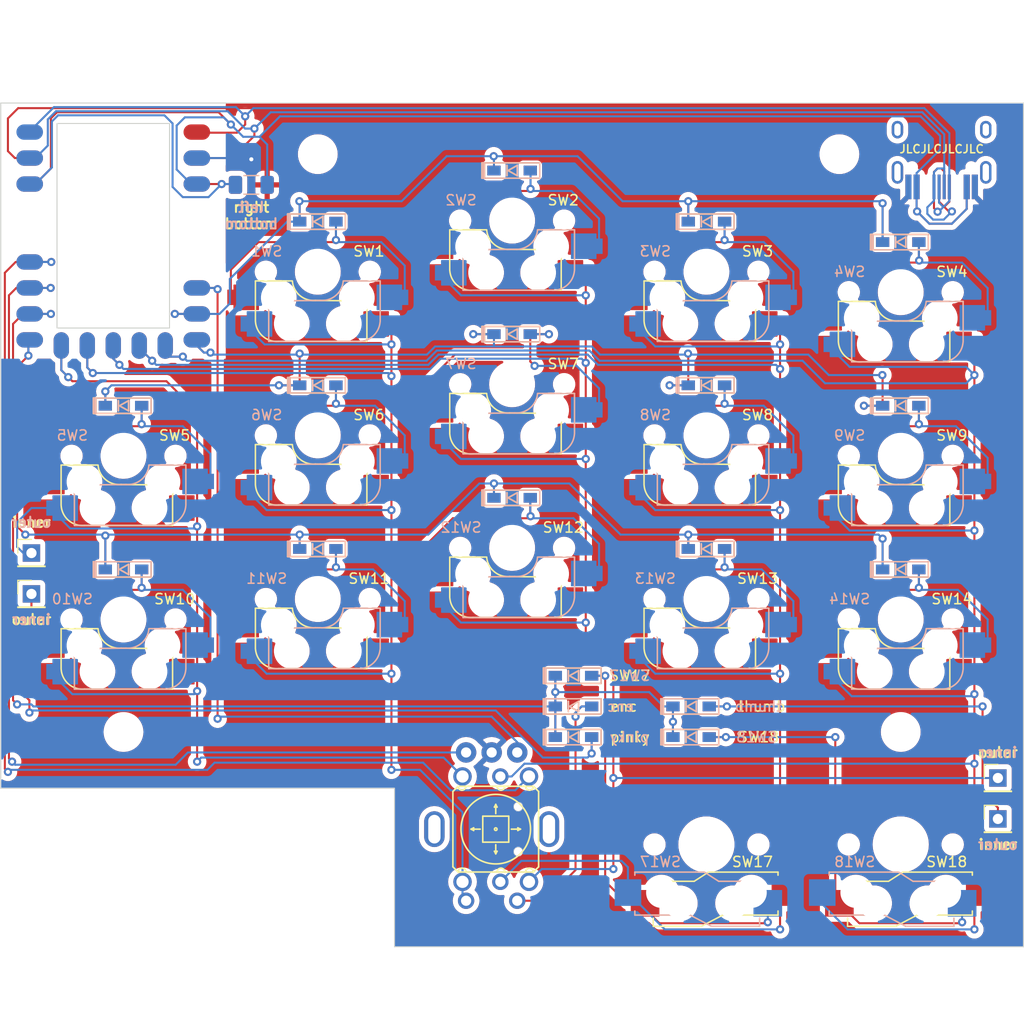
<source format=kicad_pcb>
(kicad_pcb (version 20221018) (generator pcbnew)
  (layers (0 "F.Cu" signal) (31 "B.Cu" signal) (34 "B.Paste" user) (35 "F.Paste" user) (36 "B.SilkS" user "B.Silkscreen") (37 "F.SilkS" user "F.Silkscreen") (38 "B.Mask" user) (39 "F.Mask" user) (44 "Edge.Cuts" user))
  (net 0 "")
  (net 1 "GND")
  (net 2 "VCC")
  (net 3 "RX")
  (net 4 "ENCB")
  (net 5 "ENCA")
  (net 6 "TX")
  (net 7 "Net-(D1-A)")
  (net 8 "Net-(D2-A)")
  (net 9 "Net-(D3-A)")
  (net 10 "row0")
  (net 11 "Net-(D4-A)")
  (net 12 "Net-(D5-A)")
  (net 13 "Net-(D6-A)")
  (net 14 "Net-(D7-A)")
  (net 15 "Net-(D8-A)")
  (net 16 "Net-(D9-A)")
  (net 17 "row1")
  (net 18 "row2")
  (net 19 "Net-(D10-A)")
  (net 20 "row3")
  (net 21 "SW_ENCA")
  (net 22 "Net-(D11-A)")
  (net 23 "Net-(D12-A)")
  (net 24 "Net-(D13-A)")
  (net 25 "Net-(D14-A)")
  (net 26 "Net-(D15-A)")
  (net 27 "col1")
  (net 28 "col0")
  (net 29 "col2")
  (net 30 "col3")
  (net 31 "col4")
  (net 32 "Net-(D17-A)")
  (net 33 "Net-(D18-A)")
  (net 34 "Net-(D19-A)")
  (net 35 "hand")
  (net 36 "row4")
  (footprint "zzkeeb:Switch_KS-miny-reversible-hotswap-south" (layer "F.Cu") (at 121.5 113)
    (fp_text reference "SW17" hide)
    (fp_text value "Switch" hide)
  )
  (footprint "Connector_PinHeader_2.54mm:PinHeader_1x01_P2.54mm_Vertical" (layer "F.Cu") (at 150 106.5)
    (fp_text reference "J5" hide)
    (fp_text value "C2")
  )
  (footprint "zzkeeb:Switch_MX-hotswap-miny-reversible" (layer "F.Cu") (at 64.5 91)
    (fp_text reference "SW10")
    (fp_text value "Switch" hide)
  )
  (footprint "Connector_PinHeader_2.54mm:PinHeader_1x01_P2.54mm_Vertical" (layer "F.Cu") (at 150 110.5)
    (fp_text reference "J1" hide)
    (fp_text value "R3")
  )
  (footprint "zzkeeb:Switch_MX-hotswap-miny-reversible" (layer "F.Cu") (at 121.5 57)
    (fp_text reference "SW3")
    (fp_text value "Switch" hide)
  )
  (footprint "Connector_PinHeader_2.54mm:PinHeader_1x01_P2.54mm_Vertical" (layer "F.Cu") (at 55.5 88.5)
    (fp_text reference "J4" hide)
    (fp_text value "R3")
  )
  (footprint "zzkeeb:Switch_MX-hotswap-miny-reversible" (layer "F.Cu") (at 83.5 57)
    (fp_text reference "SW1")
    (fp_text value "Switch" hide)
  )
  (footprint "zzkeeb:Switch_MX-hotswap-miny-reversible" (layer "F.Cu") (at 102.5 84)
    (fp_text reference "SW12")
    (fp_text value "Switch" hide)
  )
  (footprint "zzkeeb:Switch_MX-hotswap-miny-reversible" (layer "F.Cu") (at 102.5 52)
    (fp_text reference "SW2")
    (fp_text value "Switch" hide)
  )
  (footprint "zzkeeb:Hole_M2-spacer" (layer "F.Cu") (at 64.5 102)
    (fp_text reference "H3" hide)
    (fp_text value "MountingHole" hide)
  )
  (footprint "zzkeeb:Switch_MX-hotswap-miny-reversible" (layer "F.Cu") (at 140.5 91)
    (fp_text reference "SW14")
    (fp_text value "Switch" hide)
  )
  (footprint "zzkeeb:Switch_MX-hotswap-miny-reversible" (layer "F.Cu") (at 64.5 75)
    (fp_text reference "SW5")
    (fp_text value "Switch" hide)
  )
  (footprint "zzkeeb:RotaryEncoder_EC11-reversible" (layer "F.Cu") (at 100.5 111.5 -90)
    (fp_text reference "RE1" hide)
    (fp_text value "RotaryEncoder_Switch" hide)
  )
  (footprint "zzkeeb:Switch_MX-hotswap-miny-reversible" (layer "F.Cu") (at 121.5 89)
    (fp_text reference "SW13")
    (fp_text value "Switch" hide)
  )
  (footprint "Connector_PinHeader_2.54mm:PinHeader_1x01_P2.54mm_Vertical" (layer "F.Cu") (at 55.5 84.5)
    (fp_text reference "J3" hide)
    (fp_text value "C0")
  )
  (footprint "zzkeeb:MCU_rp2040-zero-smd" (layer "F.Cu") (at 63.5 53.5)
    (fp_text reference "U2" hide)
    (fp_text value "MCU_rp2040-zero" hide)
  )
  (footprint "zzkeeb:Switch_MX-hotswap-miny-reversible" (layer "F.Cu") (at 121.5 73)
    (fp_text reference "SW8")
    (fp_text value "Switch" hide)
  )
  (footprint "zzkeeb:Hole_M2-spacer" (layer "F.Cu") (at 134.5 45.5)
    (fp_text reference "H1" hide)
    (fp_text value "MountingHole" hide)
  )
  (footprint "zzkeeb:Switch_KS-miny-reversible-hotswap-south" (layer "F.Cu") (at 140.5 113)
    (fp_text reference "SW18" hide)
    (fp_text value "Switch" hide)
  )
  (footprint "zzkeeb:Hole_M2-spacer" (layer "F.Cu") (at 140.5 102)
    (fp_text reference "H2" hide)
    (fp_text value "MountingHole" hide)
  )
  (footprint "zzkeeb:Switch_MX-hotswap-miny-reversible" (layer "F.Cu") (at 140.5 59)
    (fp_text reference "SW4")
    (fp_text value "Switch" hide)
  )
  (footprint "zzkeeb:Button_5way" (layer "F.Cu") (at 100.9 111.5 90)
    (fp_text reference "FiveWay1" hide)
    (fp_text value "5Way-Tactile_K1-1506DN-01" hide)
    (fp_circle (center -2.2 2.2) (end -1.76 2.2) (stroke (width 0.05)) (fill none) (layer "Edge.Cuts"))
    (fp_circle (center 2.2 2.2) (end 2.64 2.2) (stroke (width 0.05)) (fill none) (layer "Edge.Cuts"))
  )
  (footprint "zzkeeb:Switch_MX-hotswap-miny-reversible" (layer "F.Cu") (at 140.5 75)
    (fp_text reference "SW9")
    (fp_text value "Switch" hide)
  )
  (footprint "Resistor_SMD:R_1206_3216Metric_Pad1.30x1.75mm_HandSolder" (layer "F.Cu") (at 77 48.5 180)
    (fp_text reference "R2" hide)
    (fp_text value "4.7k")
  )
  (footprint "zzkeeb:Switch_MX-hotswap-miny-reversible" (layer "F.Cu") (at 83.5 89)
    (fp_text reference "SW11")
    (fp_text value "Switch" hide)
  )
  (footprint "zzkeeb:Switch_MX-hotswap-miny-reversible" (layer "F.Cu") (at 83.5 73)
    (fp_text reference "SW6")
    (fp_text value "Switch" hide)
  )
  (footprint "zzkeeb:Connector_HRO-TYPE-C-31-M-12-data" (layer "F.Cu") (at 144.5 40.5 180)
    (fp_text reference "USB2" hide)
    (fp_text value "Connector_HRO-TYPE-C-31-M-12" hide)
  )
  (footprint "zzkeeb:Switch_MX-hotswap-miny-reversible" (layer "F.Cu") (at 102.5 68)
    (fp_text reference "SW7")
    (fp_text value "Switch" hide)
  )
  (footprint "zzkeeb:Hole_M2-spacer" (layer "F.Cu") (at 83.5 45.5)
    (fp_text reference "H4" hide)
    (fp_text value "MountingHole" hide)
  )
  (footprint "zzkeeb:Diode_1N4148-SOD123-no-label-reversible-flip3d" (layer "B.Cu") (at 121.5 68.1)
    (fp_text reference "D8" hide)
    (fp_text value "D_Small" hide)
  )
  (footprint "zzkeeb:Diode_1N4148-SOD123-no-label-reversible-flip3d" (layer "B.Cu") (at 83.5 84.1)
    (fp_text reference "D11" hide)
    (fp_text value "D_Small" hide)
  )
  (footprint "zzkeeb:Diode_1N4148-SOD123-no-label-reversible-flip3d" (layer "B.Cu") (at 64.5 70.1)
    (fp_text reference "D5" hide)
    (fp_text value "D_Small" hide)
  )
  (footprint "zzkeeb:Diode_1N4148-SOD123-no-label-reversible-flip3d" (layer "B.Cu") (at 108.5 96.5)
    (fp_text reference "D18" hide)
    (fp_text value "D_Small" hide)
  )
  (footprint "zzkeeb:Diode_1N4148-SOD123-no-label-reversible-flip3d" (layer "B.Cu") (at 102.5 79.1)
    (fp_text reference "D12" hide)
    (fp_text value "D_Small" hide)
  )
  (footprint "zzkeeb:Diode_1N4148-SOD123-no-label-reversible-flip3d" (layer "B.Cu") (at 102.5 47.1)
    (fp_text reference "D2" hide)
    (fp_text value "D_Small" hide)
  )
  (footprint "zzkeeb:Diode_1N4148-SOD123-no-label-reversible-flip3d" (layer "B.Cu") (at 121.5 84.1)
    (fp_text reference "D13" hide)
    (fp_text value "D_Small" hide)
  )
  (footprint "zzkeeb:Diode_1N4148-SOD123-no-label-reversible-flip3d" (layer "B.Cu") (at 140.5 70.1)
    (fp_text reference "D9" hide)
    (fp_text value "D_Small" hide)
  )
  (footprint "Resistor_SMD:R_1206_3216Metric_Pad1.30x1.75mm_HandSolder" (layer "B.Cu") (at 77 48.5 180)
    (fp_text reference "R1" hide)
    (fp_text value "4.7k")
  )
  (footprint "zzkeeb:Diode_1N4148-SOD123-no-label-reversible-flip3d" (layer "B.Cu") (at 120 102.5)
    (fp_text reference "D19" hide)
    (fp_text value "D_Small" hide)
  )
  (footprint "zzkeeb:Diode_1N4148-SOD123-no-label-reversible-flip3d" (layer "B.Cu") (at 121.5 52.1)
    (fp_text reference "D3" hide)
    (fp_text value "D_Small" hide)
  )
  (footprint "zzkeeb:Diode_1N4148-SOD123-no-label-reversible-flip3d" (layer "B.Cu") (at 83.5 68.1)
    (fp_text reference "D6" hide)
    (fp_text value "D_Small" hide)
  )
  (footprint "zzkeeb:Connector_HRO-TYPE-C-31-M-12-data" (layer "B.Cu") (at 144.5 40.5)
    (fp_text reference "USB1" hide)
    (fp_text value "Connector_HRO-TYPE-C-31-M-12" hide)
  )
  (footprint "zzkeeb:MCU_rp2040-zero-smd" (layer "B.Cu") (at 63.5 53.5 180)
    (fp_text reference "U1" hide)
    (fp_text value "MCU_rp2040-zero" hide)
  )
  (footprint "zzkeeb:Diode_1N4148-SOD123-no-label-reversible-flip3d" (layer "B.Cu") (at 140.5 54.1)
    (fp_text reference "D4" hide)
    (fp_text value "D_Small" hide)
  )
  (footprint "zzkeeb:Diode_1N4148-SOD123-no-label-reversible-flip3d" (layer "B.Cu") (at 140.5 86.1)
    (fp_text reference "D14" hide)
    (fp_text value "D_Small" hide)
  )
  (footprint "zzkeeb:Diode_1N4148-SOD123-no-label-reversible-flip3d" (layer "B.Cu") (at 102.5 63.1)
    (fp_text reference "D7" hide)
    (fp_text value "D_Small" hide)
  )
  (footprint "zzkeeb:Diode_1N4148-SOD123-no-label-reversible-flip3d" (layer "B.Cu") (at 83.5 52.1)
    (fp_text reference "D1" hide)
    (fp_text value "D_Small" hide)
  )
  (footprint "zzkeeb:Diode_1N4148-SOD123-no-label-reversible-flip3d" (layer "B.Cu") (at 64.5 86.1)
    (fp_text reference "D10" hide)
    (fp_text value "D_Small" hide)
  )
  (footprint "zzkeeb:Diode_1N4148-SOD123-no-label-reversible-flip3d" (layer "B.Cu") (at 108.5 102.5)
    (fp_text reference "D17" hide)
    (fp_text value "D_Small" hide)
  )
  (footprint "zzkeeb:Diode_1N4148-SOD123-no-label-reversible-flip3d" (layer "B.Cu") (at 120 99.5)
    (fp_text reference "D15" hide)
    (fp_text value "D_Small" hide)
  )
  (footprint "zzkeeb:Diode_1N4148-SOD123-no-label-reversible-flip3d" (layer "B.Cu") (at 108.5 99.5)
    (fp_text reference "D16" hide)
    (fp_text value "D_Small" hide)
  )
  (gr_line (start 52.5 40.5) (end 52.5 107.5) (stroke (width 0.1)) (layer "Edge.Cuts"))
  (gr_line (start 52.5 40.5) (end 152.5 40.5) (stroke (width 0.1)) (layer "Edge.Cuts"))
  (gr_line (start 152.5 123) (end 152.5 40.5) (stroke (width 0.1)) (layer "Edge.Cuts"))
  (gr_line (start 91 107.5) (end 91 123) (stroke (width 0.1)) (layer "Edge.Cuts"))
  (gr_line (start 52.5 107.5) (end 91 107.5) (stroke (width 0.1)) (layer "Edge.Cuts"))
  (gr_rect (start 58 42.5) (end 69 62.5) (stroke (width 0.1)) (fill none) (layer "Edge.Cuts"))
  (gr_line (start 152.5 123) (end 91 123) (stroke (width 0.1)) (layer "Edge.Cuts"))
  (gr_text "left\nbottom" (at 77 51.5) (layer "B.SilkS") (effects (font (size 1 1) (thickness 0.2) bold) (justify mirror)))
  (gr_text "outer" (at 55.5 81.5) (layer "B.SilkS") (effects (font (size 1 1) (thickness 0.2) bold) (justify mirror)))
  (gr_text "inner" (at 150 104) (layer "B.SilkS") (effects (font (size 1 1) (thickness 0.2) bold) (justify mirror)))
  (gr_text "thumb" (at 129 99.5) (layer "B.SilkS") (effects (font (size 1 1)) (justify left mirror)))
  (gr_text "outer" (at 150 113) (layer "B.SilkS") (effects (font (size 1 1) (thickness 0.2) bold) (justify mirror)))
  (gr_text "inner" (at 55.5 91) (layer "B.SilkS") (effects (font (size 1 1) (thickness 0.2) bold) (justify mirror)))
  (gr_text "pinky" (at 116 102.5) (layer "B.SilkS") (effects (font (size 1 1)) (justify left mirror)))
  (gr_text "SW18" (at 128.5 102.5) (layer "B.SilkS") (effects (font (size 1 1)) (justify left mirror)))
  (gr_text "enc" (at 114.5 99.5) (layer "B.SilkS") (effects (font (size 1 1)) (justify left mirror)))
  (gr_text "SW17" (at 114 96.5) (layer "B.SilkS") (effects (font (size 1 1)) (justify mirror)))
  (gr_text "SW18" (at 124.5 102.5) (layer "F.SilkS") (effects (font (size 1 1)) (justify left)))
  (gr_text "SW17" (at 114 96.5) (layer "F.SilkS") (effects (font (size 1 1))))
  (gr_text "inner" (at 55.5 81.5) (layer "F.SilkS") (effects (font (size 1 1) (thickness 0.2) bold)))
  (gr_text "outer" (at 55.5 91) (layer "F.SilkS") (effects (font (size 1 1) (thickness 0.2) bold)))
  (gr_text "JLCJLCJLCJLC" (at 144.5 45) (layer "F.SilkS") (effects (font (size 0.8 0.8))))
  (gr_text "thumb" (at 124.5 99.5) (layer "F.SilkS") (effects (font (size 1 1)) (justify left)))
  (gr_text "right\nbottom" (at 77 51.5) (layer "F.SilkS") (effects (font (size 1 1) (thickness 0.2) bold)))
  (gr_text "enc" (at 112 99.5) (layer "F.SilkS") (effects (font (size 1 1)) (justify left)))
  (gr_text "pinky" (at 112 102.5) (layer "F.SilkS") (effects (font (size 1 1)) (justify left)))
  (gr_text "outer" (at 150 104) (layer "F.SilkS") (effects (font (size 1 1) (thickness 0.2) bold)))
  (gr_text "inner" (at 150 113) (layer "F.SilkS") (effects (font (size 1 1) (thickness 0.2) bold)))
  (segment (start 54.2 41) (end 78.2 41) (width 0.2) (layer "F.Cu") (net 1))
  (segment (start 53.2 45.2) (end 53.2 42) (width 0.2) (layer "F.Cu") (net 1))
  (segment (start 53.88 45.88) (end 53.2 45.2) (width 0.2) (layer "F.Cu") (net 1))
  (segment (start 53.2 42) (end 54.2 41) (width 0.2) (layer "F.Cu") (net 1))
  (segment (start 55.88 45.88) (end 53.88 45.88) (width 0.2) (layer "F.Cu") (net 1))
  (via (at 77 46) (size 0.8) (drill 0.4) (layers "F.Cu" "B.Cu") (net 1))
  (segment (start 71.12 45.88) (end 75.48 45.88) (width 0.2) (layer "B.Cu") (net 1))
  (segment (start 142.1 51.1) (end 143.3 52.3) (width 0.2) (layer "F.Cu") (net 2))
  (segment (start 145.5 52.3) (end 146.95 50.85) (width 0.2) (layer "F.Cu") (net 2))
  (segment (start 142.05 51.05) (end 142.05 49.6) (width 0.2) (layer "F.Cu") (net 2))
  (segment (start 57.4 46.9) (end 55.88 48.42) (width 0.2) (layer "F.Cu") (net 2))
  (segment (start 142.1 51.1) (end 142.05 51.05) (width 0.2) (layer "F.Cu") (net 2))
  (segment (start 73.8 41.4) (end 58 41.4) (width 0.2) (layer "F.Cu") (net 2))
  (segment (start 57.4 42) (end 57.4 46.9) (width 0.2) (layer "F.Cu") (net 2))
  (segment (start 75 42.6) (end 73.8 41.4) (width 0.2) (layer "F.Cu") (net 2))
  (segment (start 143.3 52.3) (end 145.5 52.3) (width 0.2) (layer "F.Cu") (net 2))
  (segment (start 58 41.4) (end 57.4 42) (width 0.2) (layer "F.Cu") (net 2))
  (segment (start 146.95 50.85) (end 146.95 49.6) (width 0.2) (layer "F.Cu") (net 2))
  (via (at 142.1 51.1) (size 0.8) (drill 0.4) (layers "F.Cu" "B.Cu") (net 2))
  (via (at 75 42.6) (size 0.8) (drill 0.4) (layers "F.Cu" "B.Cu") (net 2))
  (segment (start 77.8 43.8) (end 79.8 41.8) (width 0.2) (layer "B.Cu") (net 2))
  (segment (start 144.35 43.715686) (end 144.35 45.05) (width 0.2) (layer "B.Cu") (net 2))
  (segment (start 78.55 48.5) (end 78.55 44.55) (width 0.2) (layer "B.Cu") (net 2))
  (segment (start 142.1 51.1) (end 143.3 52.3) (width 0.2) (layer "B.Cu") (net 2))
  (segment (start 78.55 44.55) (end 77.8 43.8) (width 0.2) (layer "B.Cu") (net 2))
  (segment (start 143.3 52.3) (end 145.5 52.3) (width 0.2) (layer "B.Cu") (net 2))
  (segment (start 144.35 45.05) (end 142.05 47.35) (width 0.2) (layer "B.Cu") (net 2))
  (segment (start 74.3 41.9) (end 70.5 41.9) (width 0.2) (layer "B.Cu") (net 2))
  (segment (start 142.05 47.35) (end 142.05 49.6) (width 0.2) (layer "B.Cu") (net 2))
  (segment (start 76.2 43.8) (end 77.8 43.8) (width 0.2) (layer "B.Cu") (net 2))
  (segment (start 75 42.6) (end 74.3 41.9) (width 0.2) (layer "B.Cu") (net 2))
  (segment (start 70.5 41.9) (end 69.7 42.7) (width 0.2) (layer "B.Cu") (net 2))
  (segment (start 142.434314 41.8) (end 144.35 43.715686) (width 0.2) (layer "B.Cu") (net 2))
  (segment (start 142.05 51.05) (end 142.05 49.6) (width 0.2) (layer "B.Cu") (net 2))
  (segment (start 79.8 41.8) (end 142.434314 41.8) (width 0.2) (layer "B.Cu") (net 2))
  (segment (start 69.7 42.7) (end 69.7 47) (width 0.2) (layer "B.Cu") (net 2))
  (segment (start 75 42.6) (end 76.2 43.8) (width 0.2) (layer "B.Cu") (net 2))
  (segment (start 145.5 52.3) (end 146.95 50.85) (width 0.2) (layer "B.Cu") (net 2))
  (segment (start 69.7 47) (end 71.12 48.42) (width 0.2) (layer "B.Cu") (net 2))
  (segment (start 142.1 51.1) (end 142.05 51.05) (width 0.2) (layer "B.Cu") (net 2))
  (segment (start 146.95 50.85) (end 146.95 49.6) (width 0.2) (layer "B.Cu") (net 2))
  (segment (start 75.12 45.88) (end 71.12 45.88) (width 0.2) (layer "F.Cu") (net 3))
  (segment (start 144.25 49.6) (end 144.25 50.15) (width 0.2) (layer "F.Cu") (net 3))
  (segment (start 145.25 49.6) (end 145.25 50.15) (width 0.2) (layer "F.Cu") (net 3))
  (segment (start 77.3 43) (end 77.3 43.7) (width 0.2) (layer "F.Cu") (net 3))
  (segment (start 145.25 50.15) (end 144.75 50.65) (width 0.2) (layer "F.Cu") (net 3))
  (segment (start 77.3 43.7) (end 75.12 45.88) (width 0.2) (layer "F.Cu") (net 3))
  (segment (start 144.25 50.15) (end 144.75 50.65) (width 0.2) (layer "F.Cu") (net 3))
  (segment (start 145.5 51.1) (end 145.2 51.1) (width 0.2) (layer "F.Cu") (net 3))
  (segment (start 145.2 51.1) (end 144.75 50.65) (width 0.2) (layer "F.Cu") (net 3))
  (via (at 77.3 43) (size 0.8) (drill 0.4) (layers "F.Cu" "B.Cu") (net 3))
  (via (at 145.5 51.1) (size 0.8) (drill 0.4) (layers "F.Cu" "B.Cu") (net 3))
  (segment (start 143.1 51.334314) (end 143.1 50.7) (width 0.2) (layer "B.Cu") (net 3))
  (segment (start 144.7 51.9) (end 143.665686 51.9) (width 0.2) (layer "B.Cu") (net 3))
  (segment (start 74.68995 41.3) (end 57.9 41.3) (width 0.2) (layer "B.Cu") (net 3))
  (segment (start 57.1 42.1) (end 57.1 44.66) (width 0.2) (layer "B.Cu") (net 3))
  (segment (start 143.665686 51.9) (end 143.1 51.334314) (width 0.2) (layer "B.Cu") (net 3))
  (segment (start 143.1 50.7) (end 143.75 50.05) (width 0.2) (layer "B.Cu") (net 3))
  (segment (start 142.6 41.4) (end 144.75 43.55) (width 0.2) (layer "B.Cu") (net 3))
  (segment (start 57.9 41.3) (end 57.1 42.1) (width 0.2) (layer "B.Cu") (net 3))
  (segment (start 57.1 44.66) (end 55.88 45.88) (width 0.2) (layer "B.Cu") (net 3))
  (segment (start 77.3 43) (end 78.9 41.4) (width 0.2) (layer "B.Cu") (net 3))
  (segment (start 144.1 46.9) (end 144.75 46.9) (width 0.2) (layer "B.Cu") (net 3))
  (segment (start 143.75 49.6) (end 143.75 47.25) (width 0.2) (layer "B.Cu") (net 3))
  (segment (start 143.75 50.05) (end 143.75 49.6) (width 0.2) (layer "B.Cu") (net 3))
  (segment (start 78.9 41.4) (end 142.6 41.4) (width 0.2) (layer "B.Cu") (net 3))
  (segment (start 76.38995 43) (end 74.68995 41.3) (width 0.2) (layer "B.Cu") (net 3))
  (segment (start 77.3 43) (end 76.38995 43) (width 0.2) (layer "B.Cu") (net 3))
  (segment (start 145.5 51.1) (end 144.7 51.9) (width 0.2) (layer "B.Cu") (net 3))
  (segment (start 143.75 47.25) (end 144.1 46.9) (width 0.2) (layer "B.Cu") (net 3))
  (segment (start 144.75 43.55) (end 144.75 49.6) (width 0.2) (layer "B.Cu") (net 3))
  (segment (start 53.3 59.3) (end 54.02 58.58) (width 0.2) (layer "F.Cu") (net 4))
  (segment (start 53.605513 104.9) (end 53.3 104.594487) (width 0.2) (layer "F.Cu") (net 4))
  (segment (start 54.02 58.58) (end 55.88 58.58) (width 0.2) (layer "F.Cu") (net 4))
  (segment (start 53.3 104.594487) (end 53.3 59.3) (width 0.2) (layer "F.Cu") (net 4))
  (segment (start 57.38 58.58) (end 55.88 58.58) (width 0.2) (layer "F.Cu") (net 4))
  (via (at 57.38 58.58) (size 0.8) (drill 0.4) (layers "F.Cu" "B.Cu") (net 4))
  (via (at 53.605513 104.9) (size 0.8) (drill 0.4) (layers "F.Cu" "B.Cu") (net 4))
  (segment (start 53.605513 104.9) (end 53.905513 105.2) (width 0.2) (layer "B.Cu") (net 4))
  (segment (start 57.38 58.58) (end 55.88 58.58) (width 0.2) (layer "B.Cu") (net 4))
  (segment (start 70.8 104) (end 98 104) (width 0.2) (layer "B.Cu") (net 4))
  (segment (start 69.6 105.2) (end 70.8 104) (width 0.2) (layer "B.Cu") (net 4))
  (segment (start 53.905513 105.2) (end 69.6 105.2) (width 0.2) (layer "B.Cu") (net 4))
  (segment (start 73.58 58.58) (end 73.7 58.7) (width 0.2) (layer "F.Cu") (net 5))
  (segment (start 71.12 58.58) (end 73.58 58.58) (width 0.2) (layer "F.Cu") (net 5))
  (segment (start 73.7 58.7) (end 73.7 100.7) (width 0.2) (layer "F.Cu") (net 5))
  (via (at 73.7 100.7) (size 0.8) (drill 0.4) (layers "F.Cu" "B.Cu") (net 5))
  (via (at 73.7 58.7) (size 0.8) (drill 0.4) (layers "F.Cu" "B.Cu") (net 5))
  (segment (start 73.7 100.7) (end 73.9 100.5) (width 0.2) (layer "B.Cu") (net 5))
  (segment (start 71.12 58.58) (end 73.58 58.58) (width 0.2) (layer "B.Cu") (net 5))
  (segment (start 73.9 100.5) (end 100.5 100.5) (width 0.2) (layer "B.Cu") (net 5))
  (segment (start 73.58 58.58) (end 73.7 58.7) (width 0.2) (layer "B.Cu") (net 5))
  (segment (start 100.5 100.5) (end 103 103) (width 0.2) (layer "B.Cu") (net 5))
  (segment (start 103 103) (end 103 104) (width 0.2) (layer "B.Cu") (net 5))
  (segment (start 144.75 49.6) (end 144.75 47.187868) (width 0.2) (layer "F.Cu") (net 6))
  (segment (start 71.18 43.4) (end 71.12 43.34) (width 0.2) (layer "F.Cu") (net 6))
  (segment (start 144.087868 46.9) (end 143.75 47.237868) (width 0.2) (layer "F.Cu") (net 6))
  (segment (start 144.462132 46.9) (end 144.087868 46.9) (width 0.2) (layer "F.Cu") (net 6))
  (segment (start 144.75 47.187868) (end 144.462132 46.9) (width 0.2) (layer "F.Cu") (net 6))
  (segment (start 75.6 43.4) (end 71.18 43.4) (width 0.2) (layer "F.Cu") (net 6))
  (segment (start 144.1 51.125652) (end 143.75 50.775652) (width 0.2) (layer "F.Cu") (net 6))
  (segment (start 143.75 50.775652) (end 143.75 49.6) (width 0.2) (layer "F.Cu") (net 6))
  (segment (start 76.4 42.6) (end 75.6 43.4) (width 0.2) (layer "F.Cu") (net 6))
  (segment (start 143.75 47.237868) (end 143.75 49.6) (width 0.2) (layer "F.Cu") (net 6))
  (segment (start 76.4 41.8) (end 76.4 42.6) (width 0.2) (layer "F.Cu") (net 6))
  (via (at 144.1 51.125652) (size 0.8) (drill 0.4) (layers "F.Cu" "B.Cu") (net 6))
  (via (at 76.4 41.8) (size 0.8) (drill 0.4) (layers "F.Cu" "B.Cu") (net 6))
  (segment (start 144.1 51.125652) (end 144.20572 51.125652) (width 0.2) (layer "B.Cu") (net 6))
  (segment (start 76.4 41.8) (end 75.5 40.9) (width 0.2) (layer "B.Cu") (net 6))
  (segment (start 77.2 41) (end 142.8 41) (width 0.2) (layer "B.Cu") (net 6))
  (segment (start 57.7 40.9) (end 55.88 42.72) (width 0.2) (layer "B.Cu") (net 6))
  (segment (start 144.665686 50.665686) (end 145.25 50.081372) (width 0.2) (layer "B.Cu") (net 6))
  (segment (start 76.4 41.8) (end 77.2 41) (width 0.2) (layer "B.Cu") (net 6))
  (segment (start 75.5 40.9) (end 57.7 40.9) (width 0.2) (layer "B.Cu") (net 6))
  (segment (start 144.25 49.6) (end 144.25 50.25) (width 0.2) (layer "B.Cu") (net 6))
  (segment (start 144.25 50.25) (end 144.665686 50.665686) (width 0.2) (layer "B.Cu") (net 6))
  (segment (start 142.8 41) (end 145.25 43.45) (width 0.2) (layer "B.Cu") (net 6))
  (segment (start 55.88 42.72) (end 55.88 43.34) (width 0.2) (layer "B.Cu") (net 6))
  (segment (start 145.25 43.45) (end 145.25 49.6) (width 0.2) (layer "B.Cu") (net 6))
  (segment (start 145.25 50.081372) (end 145.25 49.6) (width 0.2) (layer "B.Cu") (net 6))
  (segment (start 144.20572 51.125652) (end 144.665686 50.665686) (width 0.2) (layer "B.Cu") (net 6))
  (segment (start 74.999999 56.800001) (end 74.999999 59.5) (width 0.2) (layer "F.Cu") (net 7))
  (segment (start 85.075 54.1) (end 77.7 54.1) (width 0.2) (layer "F.Cu") (net 7))
  (segment (start 85.275 53.9) (end 85.075 54.1) (width 0.2) (layer "F.Cu") (net 7))
  (segment (start 77.7 54.1) (end 74.999999 56.800001) (width 0.2) (layer "F.Cu") (net 7))
  (segment (start 85.275 53.9) (end 85.275 52) (width 0.2) (layer "F.Cu") (net 7))
  (via (at 85.275 53.9) (size 0.8) (drill 0.4) (layers "F.Cu" "B.Cu") (net 7))
  (segment (start 85.475 54.1) (end 89.7 54.1) (width 0.2) (layer "B.Cu") (net 7))
  (segment (start 85.275 53.9) (end 85.275 52) (width 0.2) (layer "B.Cu") (net 7))
  (segment (start 85.275 53.9) (end 85.475 54.1) (width 0.2) (layer "B.Cu") (net 7))
  (segment (start 89.7 54.1) (end 92.000001 56.400001) (width 0.2) (layer "B.Cu") (net 7))
  (segment (start 92.000001 56.400001) (end 92.000001 59.5) (width 0.2) (layer "B.Cu") (net 7))
  (segment (start 104.3 48.9) (end 104.3 47.325) (width 0.2) (layer "F.Cu") (net 8))
  (segment (start 93.999999 54.5) (end 93.999999 51.800001) (width 0.2) (layer "F.Cu") (net 8))
  (segment (start 104.3 47.325) (end 104.275 47.3) (width 0.2) (layer "F.Cu") (net 8))
  (segment (start 93.999999 51.800001) (end 96.7 49.1) (width 0.2) (layer "F.Cu") (net 8))
  (segment (start 96.7 49.1) (end 104.1 49.1) (width 0.2) (layer "F.Cu") (net 8))
  (segment (start 104.1 49.1) (end 104.3 48.9) (width 0.2) (layer "F.Cu") (net 8))
  (via (at 104.3 48.9) (size 0.8) (drill 0.4) (layers "F.Cu" "B.Cu") (net 8))
  (segment (start 108.3 49.1) (end 111.000001 51.800001) (width 0.2) (layer "B.Cu") (net 8))
  (segment (start 104.5 49.1) (end 108.3 49.1) (width 0.2) (layer "B.Cu") (net 8))
  (segment (start 104.3 48.9) (end 104.3 47.325) (width 0.2) (layer "B.Cu") (net 8))
  (segment (start 111.000001 51.800001) (end 111.000001 54.5) (width 0.2) (layer "B.Cu") (net 8))
  (segment (start 104.3 47.325) (end 104.275 47.3) (width 0.2) (layer "B.Cu") (net 8))
  (segment (start 104.3 48.9) (end 104.5 49.1) (width 0.2) (layer "B.Cu") (net 8))
  (segment (start 112.999999 57.000001) (end 112.999999 59.5) (width 0.2) (layer "F.Cu") (net 9))
  (segment (start 115.9 54.1) (end 112.999999 57.000001) (width 0.2) (layer "F.Cu") (net 9))
  (segment (start 123.275 53.9) (end 123.075 54.1) (width 0.2) (layer "F.Cu") (net 9))
  (segment (start 123.275 53.9) (end 123.275 52.3) (width 0.2) (layer "F.Cu") (net 9))
  (segment (start 123.075 54.1) (end 115.9 54.1) (width 0.2) (layer "F.Cu") (net 9))
  (via (at 123.275 53.9) (size 0.8) (drill 0.4) (layers "F.Cu" "B.Cu") (net 9))
  (segment (start 127.1 54.1) (end 130.000001 57.000001) (width 0.2) (layer "B.Cu") (net 9))
  (segment (start 123.275 53.9) (end 123.275 52.3) (width 0.2) (layer "B.Cu") (net 9))
  (segment (start 123.275 53.9) (end 123.475 54.1) (width 0.2) (layer "B.Cu") (net 9))
  (segment (start 130.000001 57.000001) (end 130.000001 59.5) (width 0.2) (layer "B.Cu") (net 9))
  (segment (start 123.475 54.1) (end 127.1 54.1) (width 0.2) (layer "B.Cu") (net 9))
  (segment (start 69.52 61.12) (end 71.12 61.12) (width 0.2) (layer "F.Cu") (net 10))
  (segment (start 119.725 50.1) (end 119.725 52.3) (width 0.2) (layer "F.Cu") (net 10))
  (segment (start 81.7 50.1) (end 81.725 50.125) (width 0.2) (layer "F.Cu") (net 10))
  (segment (start 138.725 50.3) (end 138.725 54.3) (width 0.2) (layer "F.Cu") (net 10))
  (segment (start 81.725 50.125) (end 81.725 52.3) (width 0.2) (layer "F.Cu") (net 10))
  (segment (start 100.7 45.7) (end 100.725 45.725) (width 0.2) (layer "F.Cu") (net 10))
  (segment (start 100.725 45.725) (end 100.725 47.3) (width 0.2) (layer "F.Cu") (net 10))
  (via (at 81.7 50.1) (size 0.8) (drill 0.4) (layers "F.Cu" "B.Cu") (net 10))
  (via (at 119.725 50.1) (size 0.8) (drill 0.4) (layers "F.Cu" "B.Cu") (net 10))
  (via (at 69.52 61.12) (size 0.8) (drill 0.4) (layers "F.Cu" "B.Cu") (net 10))
  (via (at 138.725 50.3) (size 0.8) (drill 0.4) (layers "F.Cu" "B.Cu") (net 10))
  (via (at 100.7 45.7) (size 0.8) (drill 0.4) (layers "F.Cu" "B.Cu") (net 10))
  (segment (start 81.7 50.1) (end 91.7 50.1) (width 0.2) (layer "B.Cu") (net 10))
  (segment (start 69.52 61.12) (end 71.12 61.12) (width 0.2) (layer "B.Cu") (net 10))
  (segment (start 119.725 50.1) (end 119.725 52.3) (width 0.2) (layer "B.Cu") (net 10))
  (segment (start 100.7 45.7) (end 100.725 45.725) (width 0.2) (layer "B.Cu") (net 10))
  (segment (start 73.88 61.12) (end 71.12 61.12) (width 0.2) (layer "B.Cu") (net 10))
  (segment (start 80.5 52.1) (end 74.9 57.7) (width 0.2) (layer "B.Cu") (net 10))
  (segment (start 138.725 50.3) (end 138.725 54.3) (width 0.2) (layer "B.Cu") (net 10))
  (segment (start 119.725 50.1) (end 113.3 50.1) (width 0.2) (layer "B.Cu") (net 10))
  (segment (start 74.9 60.1) (end 73.88 61.12) (width 0.2) (layer "B.Cu") (net 10))
  (segment (start 81.7 50.1) (end 81.725 50.125) (width 0.2) (layer "B.Cu") (net 10))
  (segment (start 74.9 57.7) (end 74.9 60.1) (width 0.2) (layer "B.Cu") (net 10))
  (segment (start 108.9 45.7) (end 100.7 45.7) (width 0.2) (layer "B.Cu") (net 10))
  (segment (start 100.725 45.725) (end 100.725 47.3) (width 0.2) (layer "B.Cu") (net 10))
  (segment (start 91.7 50.1) (end 96.1 45.7) (width 0.2) (layer "B.Cu") (net 10))
  (segment (start 81.725 52.1) (end 80.5 52.1) (width 0.2) (layer "B.Cu") (net 10))
  (segment (start 138.725 50.3) (end 138.525 50.1) (width 0.2) (layer "B.Cu") (net 10))
  (segment (start 113.3 50.1) (end 108.9 45.7) (width 0.2) (layer "B.Cu") (net 10))
  (segment (start 81.725 50.125) (end 81.725 52) (width 0.2) (layer "B.Cu") (net 10))
  (segment (start 138.525 50.1) (end 119.725 50.1) (width 0.2) (layer "B.Cu") (net 10))
  (segment (start 96.1 45.7) (end 100.7 45.7) (width 0.2) (layer "B.Cu") (net 10))
  (segment (start 142.1 56.1) (end 134.7 56.1) (width 0.2) (layer "F.Cu") (net 11))
  (segment (start 142.275 55.875) (end 142.275 54.3) (width 0.2) (layer "F.Cu") (net 11))
  (segment (start 134.7 56.1) (end 131.999999 58.800001) (width 0.2) (layer "F.Cu") (net 11))
  (segment (start 131.999999 58.800001) (end 131.999999 61.5) (width 0.2) (layer "F.Cu") (net 11))
  (segment (start 142.3 55.9) (end 142.1 56.1) (width 0.2) (layer "F.Cu") (net 11))
  (segment (start 142.3 55.9) (end 142.275 55.875) (width 0.2) (layer "F.Cu") (net 11))
  (via (at 142.3 55.9) (size 0.8) (drill 0.4) (layers "F.Cu" "B.Cu") (net 11))
  (segment (start 146.5 56.1) (end 149.000001 58.600001) (width 0.2) (layer "B.Cu") (net 11))
  (segment (start 142.3 55.9) (end 142.5 56.1) (width 0.2) (layer "B.Cu") (net 11))
  (segment (start 149.000001 58.600001) (end 149.000001 61.5) (width 0.2) (layer "B.Cu") (net 11))
  (segment (start 142.5 56.1) (end 146.5 56.1) (width 0.2) (layer "B.Cu") (net 11))
  (segment (start 142.3 55.9) (end 142.275 55.875) (width 0.2) (layer "B.Cu") (net 11))
  (segment (start 142.275 55.875) (end 142.275 54.3) (width 0.2) (layer "B.Cu") (net 11))
  (segment (start 66.075 72.1) (end 59.1 72.1) (width 0.2) (layer "F.Cu") (net 12))
  (segment (start 55.999999 75.200001) (end 55.999999 77.5) (width 0.2) (layer "F.Cu") (net 12))
  (segment (start 66.275 71.9) (end 66.075 72.1) (width 0.2) (layer "F.Cu") (net 12))
  (segment (start 66.275 71.9) (end 66.275 70.3) (width 0.2) (layer "F.Cu") (net 12))
  (segment (start 59.1 72.1) (end 55.999999 75.200001) (width 0.2) (layer "F.Cu") (net 12))
  (via (at 66.275 71.9) (size 0.8) (drill 0.4) (layers "F.Cu" "B.Cu") (net 12))
  (segment (start 66.275 71.9) (end 66.275 70.3) (width 0.2) (layer "B.Cu") (net 12))
  (segment (start 73.000001 74.800001) (end 73.000001 77.5) (width 0.2) (layer "B.Cu") (net 12))
  (segment (start 66.275 71.9) (end 66.475 72.1) (width 0.2) (layer "B.Cu") (net 12))
  (segment (start 66.475 72.1) (end 70.3 72.1) (width 0.2) (layer "B.Cu") (net 12))
  (segment (start 70.3 72.1) (end 73.000001 74.800001) (width 0.2) (layer "B.Cu") (net 12))
  (segment (start 85.275 69.9) (end 85.075 70.1) (width 0.2) (layer "F.Cu") (net 13))
  (segment (start 85.075 70.1) (end 77.7 70.1) (width 0.2) (layer "F.Cu") (net 13))
  (segment (start 77.7 70.1) (end 74.999999 72.800001) (width 0.2) (layer "F.Cu") (net 13))
  (segment (start 74.999999 72.800001) (end 74.999999 75.5) (width 0.2) (layer "F.Cu") (net 13))
  (segment (start 85.275 69.9) (end 85.275 68.3) (width 0.2) (layer "F.Cu") (net 13))
  (via (at 85.275 69.9) (size 0.8) (drill 0.4) (layers "F.Cu" "B.Cu") (net 13))
  (segment (start 85.275 69.9) (end 85.475 70.1) (width 0.2) (layer "B.Cu") (net 13))
  (segment (start 85.275 69.9) (end 85.275 68.3) (width 0.2) (layer "B.Cu") (net 13))
  (segment (start 85.475 70.1) (end 89.1 70.1) (width 0.2) (layer "B.Cu") (net 13))
  (segment (start 89.1 70.1) (end 92.000001 73.000001) (width 0.2) (layer "B.Cu") (net 13))
  (segment (start 92.000001 73.000001) (end 92.000001 75.5) (width 0.2) (layer "B.Cu") (net 13))
  (segment (start 104.275 63.1) (end 104.275 65.1) (width 0.2) (layer "F.Cu") (net 14))
  (segment (start 93.999999 68.000001) (end 93.999999 70.5) (width 0.2) (layer "F.Cu") (net 14))
  (segment (start 104.275 65.1) (end 96.9 65.1) (width 0.2) (layer "F.Cu") (net 14))
  (segment (start 104.275 65.7745) (end 104.7 66.1995) (width 0.2) (layer "F.Cu") (net 14))
  (segment (start 96.9 65.1) (end 93.999999 68.000001) (width 0.2) (layer "F.Cu") (net 14))
  (segment (start 104.275 63.1) (end 106.1 63.1) (width 0.2) (layer "F.Cu") (net 14))
  (segment (start 104.275 65.1) (end 104.275 65.7745) (width 0.2) (layer "F.Cu") (net 14))
  (via (at 104.7 66.1995) (size 0.8) (drill 0.4) (layers "F.Cu" "B.Cu") (net 14))
  (via (at 106.1 63.1) (size 0.8) (drill 0.4) (layers "F.Cu" "B.Cu") (net 14))
  (segment (start 104.7 66.1995) (end 108.7995 66.1995) (width 0.2) (layer "B.Cu") (net 14))
  (segment (start 108.7995 66.1995) (end 111.000001 68.400001) (width 0.2) (layer "B.Cu") (net 14))
  (segment (start 111.000001 68.400001) (end 111.000001 70.5) (width 0.2) (layer "B.Cu") (net 14))
  (segment (start 106.1 63.1) (end 104.275 63.1) (width 0.2) (layer "B.Cu") (net 14))
  (segment (start 112.999999 73.000001) (end 112.999999 75.5) (width 0.2) (layer "F.Cu") (net 15))
  (segment (start 123.275 68.3) (end 123.275 70.075) (width 0.2) (layer "F.Cu") (net 15))
  (segment (start 123.275 69.9) (end 123.075 70.1) (width 0.2) (layer "F.Cu") (net 15))
  (segment (start 115.9 70.1) (end 112.999999 73.000001) (width 0.2) (layer "F.Cu") (net 15))
  (segment (start 123.075 70.1) (end 115.9 70.1) (width 0.2) (layer "F.Cu") (net 15))
  (via (at 123.275 69.9) (size 0.8) (drill 0.4) (layers "F.Cu" "B.Cu") (net 15))
  (segment (start 123.275 69.9) (end 123.475 70.1) (width 0.2) (layer "B.Cu") (net 15))
  (segment (start 123.275 69.9) (end 123.275 68.3) (width 0.2) (layer "B.Cu") (net 15))
  (segment (start 130.000001 73.000001) (end 130.000001 75.5) (width 0.2) (layer "B.Cu") (net 15))
  (segment (start 127.1 70.1) (end 130.000001 73.000001) (width 0.2) (layer "B.Cu") (net 15))
  (segment (start 123.475 70.1) (end 127.1 70.1) (width 0.2) (layer "B.Cu") (net 15))
  (segment (start 131.999999 74.800001) (end 131.999999 77.5) (width 0.2) (layer "F.Cu") (net 16))
  (segment (start 142.275 71.9) (end 142.075 72.1) (width 0.2) (layer "F.Cu") (net 16))
  (segment (start 142.075 72.1) (end 134.7 72.1) (width 0.2) (layer "F.Cu") (net 16))
  (segment (start 142.275 71.9) (end 142.275 70.3) (width 0.2) (layer "F.Cu") (net 16))
  (segment (start 134.7 72.1) (end 131.999999 74.800001) (width 0.2) (layer "F.Cu") (net 16))
  (via (at 142.275 71.9) (size 0.8) (drill 0.4) (layers "F.Cu" "B.Cu") (net 16))
  (segment (start 142.275 71.9) (end 142.275 70.3) (width 0.2) (layer "B.Cu") (net 16))
  (segment (start 142.275 71.9) (end 142.475 72.1) (width 0.2) (layer "B.Cu") (net 16))
  (segment (start 145.9 72.1) (end 149.000001 75.200001) (width 0.2) (layer "B.Cu") (net 16))
  (segment (start 149.000001 75.200001) (end 149.000001 77.5) (width 0.2) (layer "B.Cu") (net 16))
  (segment (start 142.475 72.1) (end 145.9 72.1) (width 0.2) (layer "B.Cu") (net 16))
  (segment (start 72.36 64.9) (end 71.12 63.66) (width 0.2) (layer "F.Cu") (net 17))
  (segment (start 73.0005 64.9) (end 72.36 64.9) (width 0.2) (layer "F.Cu") (net 17))
  (segment (start 62.725 68.7) (end 62.725 70.3) (width 0.2) (layer "F.Cu") (net 17))
  (segment (start 119.725 68.1) (end 119.725 65.0245) (width 0.2) (layer "F.Cu") (net 17))
  (segment (start 117.9 68.1) (end 119.725 68.1) (width 0.2) (layer "F.Cu") (net 17))
  (segment (start 138.7 67.1) (end 138.725 67.125) (width 0.2) (layer "F.Cu") (net 17))
  (segment (start 138.725 67.125) (end 138.725 70.1) (width 0.2) (layer "F.Cu") (net 17))
  (segment (start 98.7 63.1) (end 100.725 63.1) (width 0.2) (layer "F.Cu") (net 17))
  (segment (start 136.9 70.1) (end 138.725 70.1) (width 0.2) (layer "F.Cu") (net 17))
  (segment (start 81.725 68.1) (end 79.7 68.1) (width 0.2) (layer "F.Cu") (net 17))
  (segment (start 81.725 68.1) (end 81.725 65.0005) (width 0.2) (layer "F.Cu") (net 17))
  (segment (start 119.725 65.0245) (end 119.7 64.9995) (width 0.2) (layer "F.Cu") (net 17))
  (via (at 62.725 68.7) (size 0.8) (drill 0.4) (layers "F.Cu" "B.Cu") (net 17))
  (via (at 119.7 64.9995) (size 0.8) (drill 0.4) (layers "F.Cu" "B.Cu") (net 17))
  (via (at 117.9 68.1) (size 0.8) (drill 0.4) (layers "F.Cu" "B.Cu") (net 17))
  (via (at 138.7 67.1) (size 0.8) (drill 0.4) (layers "F.Cu" "B.Cu") (net 17))
  (via (at 73.0005 64.9) (size 0.8) (drill 0.4) (layers "F.Cu" "B.Cu") (net 17))
  (via (at 98.7 63.1) (size 0.8) (drill 0.4) (layers "F.Cu" "B.Cu") (net 17))
  (via (at 81.725 65.0005) (size 0.8) (drill 0.4) (layers "F.Cu" "B.Cu") (net 17))
  (via (at 136.9 70.1) (size 0.8) (drill 0.4) (layers "F.Cu" "B.Cu") (net 17))
  (via (at 79.7 68.1) (size 0.8) (drill 0.4) (layers "F.Cu" "B.Cu") (net 17))
  (segment (start 79.7 68.1) (end 63.325 68.1) (width 0.2) (layer "B.Cu") (net 17))
  (segment (start 119.8005 65.1) (end 131.465686 65.1) (width 0.2) (layer "B.Cu") (net 17))
  (segment (start 136.9 70.1) (end 138.725 70.1) (width 0.2) (layer "B.Cu") (net 17))
  (segment (start 100.725 63.1) (end 100.725 64.275) (width 0.2) (layer "B.Cu") (net 17))
  (segment (start 110.3 64.3) (end 111.1 65.1) (width 0.2) (layer "B.Cu") (net 17))
  (segment (start 119.5995 65.1) (end 119.7 64.9995) (width 0.2) (layer "B.Cu") (net 17))
  (segment (start 94.96863 64.3) (end 100.7 64.3) (width 0.2) (layer "B.Cu") (net 17))
  (segment (start 131.465686 65.1) (end 133.465686 67.1) (width 0.2) (layer "B.Cu") (net 17))
  (segment (start 98.7 63.1) (end 100.725 63.1) (width 0.2) (layer "B.Cu") (net 17))
  (segment (start 73.0005 64.9) (end 72.36 64.9) (width 0.2) (layer "B.Cu") (net 17))
  (segment (start 81.8245 65.1) (end 94.16863 65.1) (width 0.2) (layer "B.Cu") (net 17))
  (segment (start 63.325 68.1) (end 62.725 68.7) (width 0.2) (layer "B.Cu") (net 17))
  (segment (start 62.725 68.7) (end 62.725 70.3) (width 0.2) (layer "B.Cu") (net 17))
  (segment (start 117.9 68.1) (end 119.725 68.1) (width 0.2) (layer "B.Cu") (net 17))
  (segment (start 72.36 64.9) (end 71.12 63.66) (width 0.2) (layer "B.Cu") (net 17))
  (segment (start 100.7 64.3) (end 110.3 64.3) (width 0.2) (layer "B.Cu") (net 17))
  (segment (start 79.7 68.1) (end 81.725 68.1) (width 0.2) (layer "B.Cu") (net 17))
  (segment (start 81.725 65.0005) (end 81.8245 65.1) (width 0.2) (layer "B.Cu") (net 17))
  (segment (start 81.6255 65.1) (end 73.2005 65.1) (width 0.2) (layer "B.Cu") (net 17))
  (segment (start 111.1 65.1) (end 119.5995 65.1) (width 0.2) (layer "B.Cu") (net 17))
  (segment (start 94.16863 65.1) (end 94.96863 64.3) (width 0.2) (layer "B.Cu") (net 17))
  (segment (start 73.2005 65.1) (end 73.0005 64.9) (width 0.2) (layer "B.Cu") (net 17))
  (segment (start 81.725 65.0005) (end 81.6255 65.1) (width 0.2) (layer "B.Cu") (net 17))
  (segment (start 133.465686 67.1) (end 138.7 67.1) (width 0.2) (layer "B.Cu") (net 17))
  (segment (start 119.7 64.9995) (end 119.8005 65.1) (width 0.2) (layer "B.Cu") (net 17))
  (segment (start 100.725 79.3) (end 100.725 78.125) (width 0.2) (layer "F.Cu") (net 18))
  (segment (start 55.2 65.2) (end 55.2 64.34) (width 0.2) (layer "F.Cu") (net 18))
  (segment (start 55.2 64.34) (end 55.88 63.66) (width 0.2) (layer "F.Cu") (net 18))
  (segment (start 54.1 81.9) (end 54.1 66.3) (width 0.2) (layer "F.Cu") (net 18))
  (segment (start 81.725 84.3) (end 81.725 82.825) (width 0.2) (layer "F.Cu") (net 18))
  (segment (start 138.725 83.1) (end 138.725 86.3) (width 0.2) (layer "F.Cu") (net 18))
  (segment (start 54.1 66.3) (end 55.2 65.2) (width 0.2) (layer "F.Cu") (net 18))
  (segment (start 119.725 82.7) (end 119.725 84.3) (width 0.2) (layer "F.Cu") (net 18))
  (segment (start 54.9 82.7) (end 54.1 81.9) (width 0.2) (layer "F.Cu") (net 18))
  (segment (start 62.725 86.3) (end 62.725 82.7995) (width 0.2) (layer "F.Cu") (net 18))
  (via (at 62.725 82.7995) (size 0.8) (drill 0.4) (layers "F.Cu" "B.Cu") (net 18))
  (via (at 54.9 82.7) (size 0.8) (drill 0.4) (layers "F.Cu" "B.Cu") (net 18))
  (via (at 81.725 82.7) (size 0.8) (drill 0.4) (layers "F.Cu" "B.Cu") (net 18))
  (via (at 100.725 77.7) (size 0.8) (drill 0.4) (layers "F.Cu" "B.Cu") (net 18))
  (via (at 138.725 83.1) (size 0.8) (drill 0.4) (layers "F.Cu" "B.Cu") (net 18))
  (via (at 55.2 65.2) (size 0.8) (drill 0.4) (layers "F.Cu" "B.Cu") (net 18))
  (via (at 119.725 82.7) (size 0.8) (drill 0.4) (layers "F.Cu" "B.Cu") (net 18))
  (segment (start 62.6255 82.7) (end 62.725 82.7995) (width 0.2) (layer "B.Cu") (net 18))
  (segment (start 138.325 82.7) (end 119.725 82.7) (width 0.2) (layer "B.Cu") (net 18))
  (segment (start 119.725 82.7) (end 119.725 84.3) (width 0.2) (layer "B.Cu") (net 18))
  (segment (start 81.725 84.3) (end 81.725 82.7) (width 0.2) (layer "B.Cu") (net 18))
  (segment (start 108.1 77.7) (end 100.725 77.7) (width 0.2) (layer "B.Cu") (net 18))
  (segment (start 94.3 82.7) (end 81.725 82.7) (width 0.2) (layer "B.Cu") (net 18))
  (segment (start 138.725 83.1) (end 138.325 82.7) (width 0.2) (layer "B.Cu") (net 18))
  (segment (start 113.1 82.7) (end 108.1 77.7) (width 0.2) (layer "B.Cu") (net 18))
  (segment (start 54.9 82.7) (end 62.6255 82.7) (width 0.2) (layer "B.Cu") (net 18))
  (segment (start 62.8245 82.7) (end 62.725 82.7995) (width 0.2) (layer "B.Cu") (net 18))
  (segment (start 62.725 86.3) (end 62.725 82.7995) (width 0.2) (layer "B.Cu") (net 18))
  (segment (start 138.725 83.1) (end 138.725 86.3) (width 0.2) (layer "B.Cu") (net 18))
  (segment (start 100.725 77.7) (end 100.725 79.3) (width 0.2) (layer "B.Cu") (net 18))
  (segment (start 55.2 64.34) (end 55.88 63.66) (width 0.2) (layer "B.Cu") (net 18))
  (segment (start 99.3 77.7) (end 94.3 82.7) (width 0.2) (layer "B.Cu") (net 18))
  (segment (start 81.725 82.7) (end 62.8245 82.7) (width 0.2) (layer "B.Cu") (net 18))
  (segment (start 55.2 65.2) (end 55.2 64.34) (width 0.2) (layer "B.Cu") (net 18))
  (segment (start 119.725 82.7) (end 113.1 82.7) (width 0.2) (layer "B.Cu") (net 18))
  (segment (start 100.725 77.7) (end 99.3 77.7) (width 0.2) (layer "B.Cu") (net 18))
  (segment (start 66.275 87.9) (end 66.075 88.1) (width 0.2) (layer "F.Cu") (net 19))
  (segment (start 66.275 87.9) (end 66.275 86.3) (width 0.2) (layer "F.Cu") (net 19))
  (segment (start 55.999999 91.800001) (end 55.999999 93.5) (width 0.2) (layer "F.Cu") (net 19))
  (segment (start 66.075 88.1) (end 59.7 88.1) (width 0.2) (layer "F.Cu") (net 19))
  (segment (start 59.7 88.1) (end 55.999999 91.800001) (width 0.2) (layer "F.Cu") (net 19))
  (via (at 66.275 87.9) (size 0.8) (drill 0.4) (layers "F.Cu" "B.Cu") (net 19))
  (segment (start 66.475 88.1) (end 70.3 88.1) (width 0.2) (layer "B.Cu") (net 19))
  (segment (start 66.275 87.9) (end 66.275 86.3) (width 0.2) (layer "B.Cu") (net 19))
  (segment (start 70.3 88.1) (end 73.000001 90.800001) (width 0.2) (layer "B.Cu") (net 19))
  (segment (start 73.000001 90.800001) (end 73.000001 93.5) (width 0.2) (layer "B.Cu") (net 19))
  (segment (start 66.275 87.9) (end 66.475 88.1) (width 0.2) (layer "B.Cu") (net 19))
  (segment (start 53.7 62.1) (end 54.68 61.12) (width 0.2) (layer "F.Cu") (net 20))
  (segment (start 118.225 99.5) (end 118.225 101) (width 0.2) (layer "F.Cu") (net 20))
  (segment (start 57.4 61.12) (end 55.88 61.12) (width 0.2) (layer "F.Cu") (net 20))
  (segment (start 54.68 61.12) (end 55.88 61.12) (width 0.2) (layer "F.Cu") (net 20))
  (segment (start 53.7 98.9) (end 53.7 62.1) (width 0.2) (layer "F.Cu") (net 20))
  (segment (start 106.725 98.1) (end 106.725 96.5) (width 0.2) (layer "F.Cu") (net 20))
  (segment (start 106.725 99.5) (end 106.725 102.5) (width 0.2) (layer "F.Cu") (net 20))
  (segment (start 54.1 99.3) (end 53.7 98.9) (width 0.2) (layer "F.Cu") (net 20))
  (segment (start 106.725 98.1) (end 106.725 99.5) (width 0.2) (layer "F.Cu") (net 20))
  (segment (start 118.225 101) (end 118.225 102.5) (width 0.2) (layer "F.Cu") (net 20))
  (via (at 106.725 98.1) (size 0.8) (drill 0.4) (layers "F.Cu" "B.Cu") (net 20))
  (via (at 54.1 99.3) (size 0.8) (drill 0.4) (layers "F.Cu" "B.Cu") (net 20))
  (via (at 57.4 61.12) (size 0.8) (drill 0.4) (layers "F.Cu" "B.Cu") (net 20))
  (via (at 118.225 101) (size 0.8) (drill 0.4) (layers "F.Cu" "B.Cu") (net 20))
  (segment (start 57.4 61.12) (end 55.88 61.12) (width 0.2) (layer "B.Cu") (net 20))
  (segment (start 118.225 99.5) (end 118.225 101) (width 0.2) (layer "B.Cu") (net 20))
  (segment (start 117.3 99.5) (end 118.225 99.5) (width 0.2) (layer "B.Cu") (net 20))
  (segment (start 55.48995 99.3) (end 55.68995 99.5) (width 0.2) (layer "B.Cu") (net 20))
  (segment (start 106.725 99.5) (end 106.725 102.5) (width 0.2) (layer "B.Cu") (net 20))
  (segment (start 118.225 101) (end 118.225 102.5) (width 0.2) (layer "B.Cu") (net 20))
  (segment (start 54.1 99.3) (end 55.48995 99.3) (width 0.2) (layer "B.Cu") (net 20))
  (segment (start 106.725 96.5) (end 106.725 98) (width 0.2) (layer "B.Cu") (net 20))
  (segment (start 106.725 98) (end 106.725 99.5) (width 0.2) (layer "B.Cu") (net 20))
  (segment (start 106.725 98.1) (end 115.9 98.1) (width 0.2) (layer "B.Cu") (net 20))
  (segment (start 115.9 98.1) (end 117.3 99.5) (width 0.2) (layer "B.Cu") (net 20))
  (segment (start 55.68995 99.5) (end 106.725 99.5) (width 0.2) (layer "B.Cu") (net 20))
  (segment (start 108.7 100.5) (end 108.7 115.5) (width 0.2) (layer "F.Cu") (net 21))
  (segment (start 108.7 115.5) (end 105.7 118.5) (width 0.2) (layer "F.Cu") (net 21))
  (segment (start 108.7 100.5) (end 108.7 100.1) (width 0.2) (layer "F.Cu") (net 21))
  (segment (start 105.7 118.5) (end 103 118.5) (width 0.2) (layer "F.Cu") (net 21))
  (segment (start 109.3 99.5) (end 110.275 99.5) (width 0.2) (layer "F.Cu") (net 21))
  (segment (start 108.7 100.1) (end 109.3 99.5) (width 0.2) (layer "F.Cu") (net 21))
  (via (at 108.7 100.5) (size 0.8) (drill 0.4) (layers "F.Cu" "B.Cu") (net 21))
  (segment (start 108.7 100.1) (end 109.3 99.5) (width 0.2) (layer "B.Cu") (net 21))
  (segment (start 109.3 99.5) (end 110.275 99.5) (width 0.2) (layer "B.Cu") (net 21))
  (segment (start 108.7 100.5) (end 108.7 100.1) (width 0.2) (layer "B.Cu") (net 21))
  (segment (start 74.999999 88.600001) (end 74.999999 91.5) (width 0.2) (layer "F.Cu") (net 22))
  (segment (start 77.5 86.1) (end 74.999999 88.600001) (width 0.2) (layer "F.Cu") (net 22))
  (segment (start 85.075 86.1) (end 77.5 86.1) (width 0.2) (layer "F.Cu") (net 22))
  (segment (start 85.275 85.9) (end 85.275 84.3) (width 0.2) (layer "F.Cu") (net 22))
  (segment (start 85.275 85.9) (end 85.075 86.1) (width 0.2) (layer "F.Cu") (net 22))
  (via (at 85.275 85.9) (size 0.8) (drill 0.4) (layers "F.Cu" "B.Cu") (net 22))
  (segment (start 85.275 85.9) (end 85.275 84.3) (width 0.2) (layer "B.Cu") (net 22))
  (segment (start 85.475 86.1) (end 88.9 86.1) (width 0.2) (layer "B.Cu") (net 22))
  (segment (start 85.275 85.9) (end 85.475 86.1) (width 0.2) (layer "B.Cu") (net 22))
  (segment (start 92.000001 89.200001) (end 92.000001 91.5) (width 0.2) (layer "B.Cu") (net 22))
  (segment (start 88.9 86.1) (end 92.000001 89.200001) (width 0.2) (layer "B.Cu") (net 22))
  (segment (start 93.999999 86.5) (end 93.999999 83.800001) (width 0.2) (layer "F.Cu") (net 23))
  (segment (start 93.999999 83.800001) (end 96.7 81.1) (width 0.2) (layer "F.Cu") (net 23))
  (segment (start 104.275 80.875) (end 104.3 80.9) (width 0.2) (layer "F.Cu") (net 23))
  (segment (start 104.275 79.3) (end 104.275 80.875) (width 0.2) (layer "F.Cu") (net 23))
  (segment (start 104.1 81.1) (end 104.3 80.9) (width 0.2) (layer "F.Cu") (net 23))
  (segment (start 96.7 81.1) (end 104.1 81.1) (width 0.2) (layer "F.Cu") (net 23))
  (via (at 104.3 80.9) (size 0.8) (drill 0.4) (layers "F.Cu" "B.Cu") (net 23))
  (segment (start 104.3 80.9) (end 104.5 81.1) (width 0.2) (layer "B.Cu") (net 23))
  (segment (start 108.5 81.1) (end 111.000001 83.600001) (width 0.2) (layer "B.Cu") (net 23))
  (segment (start 111.000001 83.600001) (end 111.000001 86.5) (width 0.2) (layer "B.Cu") (net 23))
  (segment (start 104.5 81.1) (end 108.5 81.1) (width 0.2) (layer "B.Cu") (net 23))
  (segment (start 104.275 80.875) (end 104.3 80.9) (width 0.2) (layer "B.Cu") (net 23))
  (segment (start 104.275 79.3) (end 104.275 80.875) (width 0.2) (layer "B.Cu") (net 23))
  (segment (start 115.7 86.1) (end 112.999999 88.800001) (width 0.2) (layer "F.Cu") (net 24))
  (segment (start 123.275 85.9) (end 123.275 84.3) (width 0.2) (layer "F.Cu") (net 24))
  (segment (start 123.075 86.1) (end 115.7 86.1) (width 0.2) (layer "F.Cu") (net 24))
  (segment (start 112.999999 88.800001) (end 112.999999 91.5) (width 0.2) (layer "F.Cu") (net 24))
  (segment (start 123.275 85.9) (end 123.075 86.1) (width 0.2) (layer "F.Cu") (net 24))
  (via (at 123.275 85.9) (size 0.8) (drill 0.4) (layers "F.Cu" "B.Cu") (net 24))
  (segment (start 130.000001 89.200001) (end 130.000001 91.5) (width 0.2) (layer "B.Cu") (net 24))
  (segment (start 126.9 86.1) (end 130.000001 89.200001) (width 0.2) (layer "B.Cu") (net 24))
  (segment (start 123.275 85.9) (end 123.275 84.3) (width 0.2) (layer "B.Cu") (net 24))
  (segment (start 123.275 85.9) (end 123.475 86.1) (width 0.2) (layer "B.Cu") (net 24))
  (segment (start 123.475 86.1) (end 126.9 86.1) (width 0.2) (layer "B.Cu") (net 24))
  (segment (start 142.275 87.9) (end 142.075 88.1) (width 0.2) (layer "F.Cu") (net 25))
  (segment (start 131.999999 91.000001) (end 131.999999 93.5) (width 0.2) (layer "F.Cu") (net 25))
  (segment (start 134.9 88.1) (end 131.999999 91.000001) (width 0.2) (layer "F.Cu") (net 25))
  (segment (start 142.275 87.9) (end 142.275 86.3) (width 0.2) (layer "F.Cu") (net 25))
  (segment (start 142.075 88.1) (end 134.9 88.1) (width 0.2) (layer "F.Cu") (net 25))
  (via (at 142.275 87.9) (size 0.8) (drill 0.4) (layers "F.Cu" "B.Cu") (net 25))
  (segment (start 149.000001 91.000001) (end 149.000001 93.5) (width 0.2) (layer "B.Cu") (net 25))
  (segment (start 146.1 88.1) (end 149.000001 91.000001) (width 0.2) (layer "B.Cu") (net 25))
  (segment (start 142.275 87.9) (end 142.275 86.3) (width 0.2) (layer "B.Cu") (net 25))
  (segment (start 142.475 88.1) (end 146.1 88.1) (width 0.2) (layer "B.Cu") (net 25))
  (segment (start 142.275 87.9) (end 142.475 88.1) (width 0.2) (layer "B.Cu") (net 25))
  (segment (start 150 109.4) (end 150 110.5) (width 0.2) (layer "F.Cu") (net 26))
  (segment (start 148.5 107.9) (end 150 109.4) (width 0.2) (layer "F.Cu") (net 26))
  (segment (start 148.5 99.5) (end 148.5 107.9) (width 0.2) (layer "F.Cu") (net 26))
  (segment (start 121.775 99.5) (end 123.5 99.5) (width 0.2) (layer "F.Cu") (net 26))
  (via (at 123.5 99.5) (size 0.8) (drill 0.4) (layers "F.Cu" "B.Cu") (net 26))
  (via (at 148.5 99.5) (size 0.8) (drill 0.4) (layers "F.Cu" "B.Cu") (net 26))
  (segment (start 123.5 99.5) (end 121.775 99.5) (width 0.2) (layer "B.Cu") (net 26))
  (segment (start 148.5 99.5) (end 123.5 99.5) (width 0.2) (layer "B.Cu") (net 26))
  (segment (start 60.96 66.36) (end 60.96 63.66) (width 0.2) (layer "F.Cu") (net 27))
  (segment (start 90.7 105.7) (end 90.7 96.3) (width 0.2) (layer "F.Cu") (net 27))
  (segment (start 61.5 66.9) (end 60.96 66.36) (width 0.2) (layer "F.Cu") (net 27))
  (segment (start 90.7 67.1995) (end 90.7 78.1) (width 0.2) (layer "F.Cu") (net 27))
  (segment (start 90.7 94.1) (end 90.7 80.3) (width 0.2) (layer "F.Cu") (net 27))
  (segment (start 90.7 64.1) (end 90.7 67.1995) (width 0.2) (layer "F.Cu") (net 27))
  (segment (start 90.7 80.3) (end 90.7 78.1) (width 0.2) (layer "F.Cu") (net 27))
  (segment (start 90.7 62.1) (end 90.7 64.1) (width 0.2) (layer "F.Cu") (net 27))
  (segment (start 90.7 94.1) (end 90.7 96.3) (width 0.2) (layer "F.Cu") (net 27))
  (via (at 90.7 105.7) (size 0.8) (drill 0.4) (layers "F.Cu" "B.Cu") (net 27))
  (via (at 90.7 80.3) (size 0.8) (drill 0.4) (layers "F.Cu" "B.Cu") (net 27))
  (via (at 90.7 96.3) (size 0.8) (drill 0.4) (layers "F.Cu" "B.Cu") (net 27))
  (via (at 90.7 67.1995) (size 0.8) (drill 0.4) (layers "F.Cu" "B.Cu") (net 27))
  (via (at 90.7 64.1) (size 0.8) (drill 0.4) (layers "F.Cu" "B.Cu") (net 27))
  (via (at 61.5 66.9) (size 0.8) (drill 0.4) (layers "F.Cu" "B.Cu") (net 27))
  (segment (start 78.5 96.3) (end 90.7 96.3) (width 0.2) (layer "B.Cu") (net 27))
  (segment (start 97.65 116.65) (end 97.65 118.15) (width 0.2) (layer "B.Cu") (net 27))
  (segment (start 76.3 78.1) (end 78.5 80.3) (width 0.2) (layer "B.Cu") (net 27))
  (segment (start 93.5 105.7) (end 97.65 109.85) (width 0.2) (layer "B.Cu") (net 27))
  (segment (start 60.96 66.36) (end 60.96 63.66) (width 0.2) (layer "B.Cu") (net 27))
  (segment (start 90.7 64.1) (end 78.3 64.1) (width 0.2) (layer "B.Cu") (net 27))
  (segment (start 78.5 80.3) (end 90.7 80.3) (width 0.2) (layer "B.Cu") (net 27))
  (segment (start 78.3 64.1) (end 76.3 62.1) (width 0.2) (layer "B.Cu") (net 27))
  (segment (start 90.7 105.7) (end 93.5 105.7) (width 0.2) (layer "B.Cu") (net 27))
  (segment (start 90.4005 66.9) (end 61.5 66.9) (width 0.2) (layer "B.Cu") (net 27))
  (segment (start 61.5 66.9) (end 60.96 66.36) (width 0.2) (layer "B.Cu") (net 27))
  (segment (start 90.7 67.1995) (end 90.4005 66.9) (width 0.2) (layer "B.Cu") (net 27))
  (segment (start 76.3 94.1) (end 78.5 96.3) (width 0.2) (layer "B.Cu") (net 27))
  (segment (start 97.65 118.15) (end 98 118.5) (width 0.2) (layer "B.Cu") (net 27))
  (segment (start 97.65 109.85) (end 97.65 116.65) (width 0.2) (layer "B.Cu") (net 27))
  (segment (start 71.7 70.7) (end 71.7 80.1) (width 0.2) (layer "F.Cu") (net 28))
  (segment (start 59.1 67.3) (end 59.5 67.7) (width 0.2) (layer "F.Cu") (net 28))
  (segment (start 58.42 63.66) (end 58.42 66.62) (width 0.2) (layer "F.Cu") (net 28))
  (segment (start 59.5 67.7) (end 68.7 67.7) (width 0.2) (layer "F.Cu") (net 28))
  (segment (start 71.7 81.9) (end 71.7 96.1) (width 0.2) (layer "F.Cu") (net 28))
  (segment (start 71.7 96.1) (end 71.7 98) (width 0.2) (layer "F.Cu") (net 28))
  (segment (start 71.7 98) (end 71.7 104.9005) (width 0.2) (layer "F.Cu") (net 28))
  (segment (start 68.7 67.7) (end 71.7 70.7) (width 0.2) (layer "F.Cu") (net 28))
  (segment (start 71.7 80.1) (end 71.7 81.9) (width 0.2) (layer "F.Cu") (net 28))
  (segment (start 58.42 66.62) (end 59.1 67.3) (width 0.2) (layer "F.Cu") (net 28))
  (via (at 59.1 67.3) (size 0.8) (drill 0.4) (layers "F.Cu" "B.Cu") (net 28))
  (via (at 71.7 81.9) (size 0.8) (drill 0.4) (layers "F.Cu" "B.Cu") (net 28))
  (via (at 71.7 104.9005) (size 0.8) (drill 0.4) (layers "F.Cu" "B.Cu") (net 28))
  (via (at 71.7 98) (size 0.8) (drill 0.4) (layers "F.Cu" "B.Cu") (net 28))
  (segment (start 72.1005 104.5) (end 95.8 104.5) (width 0.2) (layer "B.Cu") (net 28))
  (segment (start 95.8 104.5) (end 97.65 106.35) (width 0.2) (layer "B.Cu") (net 28))
  (segment (start 55.5 80.1) (end 57.3 80.1) (width 0.2) (layer "B.Cu") (net 28))
  (segment (start 58.42 63.66) (end 58.42 66.62) (width 0.2) (layer "B.Cu") (net 28))
  (segment (start 54.1 83.9) (end 54.1 81.5) (width 0.2) (layer "B.Cu") (net 28))
  (segment (start 59.5 98.3) (end 57.3 96.1) (width 0.2) (layer "B.Cu") (net 28))
  (segment (start 71.4 98.3) (end 59.5 98.3) (width 0.2) (layer "B.Cu") (net 28))
  (segment (start 55.5 84.5) (end 54.7 84.5) (width 0.2) (layer "B.Cu") (net 28))
  (segment (start 71.7 98) (end 71.4 98.3) (width 0.2) (layer "B.Cu") (net 28))
  (segment (start 54.1 81.5) (end 55.5 80.1) (width 0.2) (layer "B.Cu") (net 28))
  (segment (start 71.7 81.9) (end 71.5 82.1) (width 0.2) (layer "B.Cu") (net 28))
  (segment (start 71.7 104.9005) (end 72.1005 104.5) (width 0.2) (layer "B.Cu") (net 28))
  (segment (start 54.7 84.5) (end 54.1 83.9) (width 0.2) (layer "B.Cu") (net 28))
  (segment (start 71.5 82.1) (end 59.3 82.1) (width 0.2) (layer "B.Cu") (net 28))
  (segment (start 59.3 82.1) (end 57.3 80.1) (width 0.2) (layer "B.Cu") (net 28))
  (segment (start 58.42 66.62) (end 59.1 67.3) (width 0.2) (layer "B.Cu") (net 28))
  (segment (start 109.7 73.1) (end 109.7 65.9) (width 0.2) (layer "F.Cu") (net 29))
  (segment (start 109.7 89.1) (end 109.7 91.3) (width 0.2) (layer "F.Cu") (net 29))
  (segment (start 112.4 95.4) (end 109.7 92.7) (width 0.2) (layer "F.Cu") (net 29))
  (segment (start 64.1 66.1) (end 63.5 65.5) (width 0.2) (layer "F.Cu") (net 29))
  (segment (start 109.7 75.3) (end 109.7 73.1) (width 0.2) (layer "F.Cu") (net 29))
  (segment (start 109.7 59.3) (end 109.7 57.1) (width 0.2) (layer "F.Cu") (net 29))
  (segment (start 112.4 115.4) (end 112.4 106.5) (width 0.2) (layer "F.Cu") (net 29))
  (segment (start 112.4 106.5) (end 112.4 95.4) (width 0.2) (layer "F.Cu") (net 29))
  (segment (start 109.7 89.1) (end 109.7 75.3) (width 0.2) (layer "F.Cu") (net 29))
  (segment (start 63.5 65.5) (end 63.5 63.66) (width 0.2) (layer "F.Cu") (net 29))
  (segment (start 109.7 65.9) (end 109.7 59.3) (width 0.2) (layer "F.Cu") (net 29))
  (segment (start 109.7 92.7) (end 109.7 91.3) (width 0.2) (layer "F.Cu") (net 29))
  (via (at 109.7 59.3) (size 0.8) (drill 0.4) (layers "F.Cu" "B.Cu") (net 29))
  (via (at 64.1 66.1) (size 0.8) (drill 0.4) (layers "F.Cu" "B.Cu") (net 29))
  (via (at 109.7 65.9) (size 0.8) (drill 0.4) (layers "F.Cu" "B.Cu") (net 29))
  (via (at 112.4 115.4) (size 0.8) (drill 0.4) (layers "F.Cu" "B.Cu") (net 29))
  (via (at 109.7 91.3) (size 0.8) (drill 0.4) (layers "F.Cu" "B.Cu") (net 29))
  (via (at 109.7 75.3) (size 0.8) (drill 0.4) (layers "F.Cu" "B.Cu") (net 29))
  (via (at 112.4 106.5) (size 0.8) (drill 0.4) (layers "F.Cu" "B.Cu") (net 29))
  (segment (start 95.3 73.1) (end 97.5 75.3) (width 0.2) (layer "B.Cu") (net 29))
  (segment (start 64.1 66.1) (end 63.5 65.5) (width 0.2) (layer "B.Cu") (net 29))
  (segment (start 97.5 75.3) (end 109.7 75.3) (width 0.2) (layer "B.Cu") (net 29))
  (segment (start 150 106.5) (end 112.4 106.5) (width 0.2) (layer "B.Cu") (net 29))
  (segment (start 63.5 65.5) (end 63.5 63.66) (width 0.2) (layer "B.Cu") (net 29))
  (segment (start 95.3 89.1) (end 97.5 91.3) (width 0.2) (layer "B.Cu") (net 29))
  (segment (start 109.3 65.5) (end 109.7 65.9) (width 0.2) (layer "B.Cu") (net 29))
  (segment (start 112.4 115.4) (end 105.4 115.4) (width 0.2) (layer "B.Cu") (net 29))
  (segment (start 95.3 57.1) (end 97.5 59.3) (width 0.2) (layer "B.Cu") (net 29))
  (segment (start 64.5 66.5) (end 94.5 66.5) (width 0.2) (layer "B.Cu") (net 29))
  (segment (start 97.5 59.3) (end 109.7 59.3) (width 0.2) (layer "B.Cu") (net 29))
  (segment (start 105.4 115.4) (end 104.15 116.65) (width 0.2) (layer "B.Cu") (net 29))
  (segment (start 64.1 66.1) (end 64.5 66.5) (width 0.2) (layer "B.Cu") (net 29))
  (segment (start 94.5 66.5) (end 95.5 65.5) (width 0.2) (layer "B.Cu") (net 29))
  (segment (start 97.5 91.3) (end 109.7 91.3) (width 0.2) (layer "B.Cu") (net 29))
  (segment (start 95.5 65.5) (end 109.3 65.5) (width 0.2) (layer "B.Cu") (net 29))
  (segment (start 128.7 117.225) (end 129.175 117.7) (width 0.2) (layer "F.Cu") (net 30))
  (segment (start 128.7 94.1) (end 128.7 96.3) (width 0.2) (layer "F.Cu") (net 30))
  (segment (start 128.7 62.1) (end 128.7 64.1) (width 0.2) (layer "F.Cu") (net 30))
  (segment (start 128.7 96.3) (end 128.7 117.225) (width 0.2) (layer "F.Cu") (net 30))
  (segment (start 66.04 64.44) (end 66.04 63.66) (width 0.2) (layer "F.Cu") (net 30))
  (segment (start 128.7 118.175) (end 129.175 117.7) (width 0.2) (layer "F.Cu") (net 30))
  (segment (start 128.7 78.1) (end 128.7 80.3) (width 0.2) (layer "F.Cu") (net 30))
  (segment (start 128.7 66.5) (end 128.7 78.1) (width 0.2) (layer "F.Cu") (net 30))
  (segment (start 67.3 65.7) (end 66.04 64.44) (width 0.2) (layer "F.Cu") (net 30))
  (segment (start 128.7 80.3) (end 128.7 94.1) (width 0.2) (layer "F.Cu") (net 30))
  (segment (start 128.7 64.1) (end 128.7 66.5) (width 0.2) (layer "F.Cu") (net 30))
  (segment (start 128.7 121.3) (end 128.7 118.175) (width 0.2) (layer "F.Cu") (net 30))
  (via (at 128.7 64.1) (size 0.8) (drill 0.4) (layers "F.Cu" "B.Cu") (net 30))
  (via (at 67.3 65.7) (size 0.8) (drill 0.4) (layers "F.Cu" "B.Cu") (net 30))
  (via (at 128.7 66.5) (size 0.8) (drill 0.4) (layers "F.Cu" "B.Cu") (net 30))
  (via (at 128.7 80.3) (size 0.8) (drill 0.4) (layers "F.Cu" "B.Cu") (net 30))
  (via (at 128.7 121.3) (size 0.8) (drill 0.4) (layers "F.Cu" "B.Cu") (net 30))
  (via (at 128.7 96.3) (size 0.8) (drill 0.4) (layers "F.Cu" "B.Cu") (net 30))
  (segment (start 95.3 65.1) (end 109.88995 65.1) (width 0.2) (layer "B.Cu") (net 30))
  (segment (start 128.7 121.3) (end 117.425 121.3) (width 0.2) (layer "B.Cu") (net 30))
  (segment (start 94.3 66.1) (end 95.3 65.1) (width 0.2) (layer "B.Cu") (net 30))
  (segment (start 113.2 114.6) (end 103.4 114.6) (width 0.2) (layer "B.Cu") (net 30))
  (segment (start 116.5 80.3) (end 128.7 80.3) (width 0.2) (layer "B.Cu") (net 30))
  (segment (start 128.5 64.3) (end 116.5 64.3) (width 0.2) (layer "B.Cu") (net 30))
  (segment (start 128.7 64.1) (end 128.5 64.3) (width 0.2) (layer "B.Cu") (net 30))
  (segment (start 114.3 78.1) (end 116.5 80.3) (width 0.2) (layer "B.Cu") (net 30))
  (segment (start 116.5 64.3) (end 114.3 62.1) (width 0.2) (layer "B.Cu") (net 30))
  (segment (start 103.4 114.6) (end 101.35 116.65) (width 0.2) (layer "B.Cu") (net 30))
  (segment (start 67.7 66.1) (end 94.3 66.1) (width 0.2) (layer "B.Cu") (net 30))
  (segment (start 109.88995 65.1) (end 110.88995 66.1) (width 0.2) (layer "B.Cu") (net 30))
  (segment (start 113.825 117.7) (end 113.825 115.225) (width 0.2) (layer "B.Cu") (net 30))
  (segment (start 116.5 96.3) (end 128.7 96.3) (width 0.2) (layer "B.Cu") (net 30))
  (segment (start 117.425 121.3) (end 113.825 117.7) (width 0.2) (layer "B.Cu") (net 30))
  (segment (start 67.3 65.7) (end 67.7 66.1) (width 0.2) (layer "B.Cu") (net 30))
  (segment (start 113.825 115.225) (end 113.2 114.6) (width 0.2) (layer "B.Cu") (net 30))
  (segment (start 110.88995 66.1) (end 128.3 66.1) (width 0.2) (layer "B.Cu") (net 30))
  (segment (start 67.3 65.7) (end 66.04 64.44) (width 0.2) (layer "B.Cu") (net 30))
  (segment (start 114.3 94.1) (end 116.5 96.3) (width 0.2) (layer "B.Cu") (net 30))
  (segment (start 128.3 66.1) (end 128.7 66.5) (width 0.2) (layer "B.Cu") (net 30))
  (segment (start 66.04 64.44) (end 66.04 63.66) (width 0.2) (layer "B.Cu") (net 30))
  (segment (start 147.7 118.175) (end 148.175 117.7) (width 0.2) (layer "F.Cu") (net 31))
  (segment (start 147.7 96.1) (end 147.7 98.3) (width 0.2) (layer "F.Cu") (net 31))
  (segment (start 147.7 67.1) (end 147.7 80.1) (width 0.2) (layer "F.Cu") (net 31))
  (segment (start 68.9 65.3) (end 68.58 64.98) (width 0.2) (layer "F.Cu") (net 31))
  (segment (start 147.7 98.3) (end 147.7 117.225) (width 0.2) (layer "F.Cu") (net 31))
  (segment (start 147.7 117.225) (end 148.175 117.7) (width 0.2) (layer "F.Cu") (net 31))
  (segment (start 70.3 65.3) (end 68.9 65.3) (width 0.2) (layer "F.Cu") (net 31))
  (segment (start 147.7 80.1) (end 147.7 82.3) (width 0.2) (layer "F.Cu") (net 31))
  (segment (start 147.7 121.3) (end 147.7 118.175) (width 0.2) (layer "F.Cu") (net 31))
  (segment (start 68.58 64.98) (end 68.58 63.66) (width 0.2) (layer "F.Cu") (net 31))
  (segment (start 147.7 64.1) (end 147.7 67.1) (width 0.2) (layer "F.Cu") (net 31))
  (segment (start 147.7 82.3) (end 147.7 96.1) (width 0.2) (layer "F.Cu") (net 31))
  (via (at 147.7 67.1) (size 0.8) (drill 0.4) (layers "F.Cu" "B.Cu") (net 31))
  (via (at 147.7 82.3) (size 0.8) (drill 0.4) (layers "F.Cu" "B.Cu") (net 31))
  (via (at 147.7 105.1) (size 0.8) (drill 0.4) (layers "F.Cu" "B.Cu") (net 31))
  (via (at 147.7 98.3) (size 0.8) (drill 0.4) (layers "F.Cu" "B.Cu") (net 31))
  (via (at 147.7 121.3) (size 0.8) (drill 0.4) (layers "F.Cu" "B.Cu") (net 31))
  (via (at 70.3 65.3) (size 0.8) (drill 0.4) (layers "F.Cu" "B.Cu") (net 31))
  (segment (start 147.7 67.1) (end 146.9 66.3) (width 0.2) (layer "B.Cu") (net 31))
  (segment (start 135.3 121.3) (end 132.825 118.825) (width 0.2) (layer "B.Cu") (net 31))
  (segment (start 130.9 65.7) (end 133.1 67.9) (width 0.2) (layer "B.Cu") (net 31))
  (segment (start 147.7 121.3) (end 135.3 121.3) (width 0.2) (layer "B.Cu") (net 31))
  (segment (start 147.7 105.1) (end 103.702943 105.1) (width 0.2) (layer "B.Cu") (net 31))
  (segment (start 133.3 80.1) (end 135.5 82.3) (width 0.2) (layer "B.Cu") (net 31))
  (segment (start 147.5 98.5) (end 135.7 98.5) (width 0.2) (layer "B.Cu") (net 31))
  (segment (start 133.1 67.9) (end 146.9 67.9) (width 0.2) (layer "B.Cu") (net 31))
  (segment (start 135.7 98.5) (end 133.3 96.1) (width 0.2) (layer "B.Cu") (net 31))
  (segment (start 70.3 65.3) (end 68.9 65.3) (width 0.2) (layer "B.Cu") (net 31))
  (segment (start 70.7 65.7) (end 94.134315 65.7) (width 0.2) (layer "B.Cu") (net 31))
  (segment (start 68.58 64.98) (end 68.58 63.66) (width 0.2) (layer "B.Cu") (net 31))
  (segment (start 135.5 82.3) (end 147.7 82.3) (width 0.2) (layer "B.Cu") (net 31))
  (segment (start 68.9 65.3) (end 68.58 64.98) (width 0.2) (layer "B.Cu") (net 31))
  (segment (start 111.055635 65.7) (end 130.9 65.7) (width 0.2) (layer "B.Cu") (net 31))
  (segment (start 146.9 66.3) (end 135.5 66.3) (width 0.2) (layer "B.Cu") (net 31))
  (segment (start 103.702943 105.1) (end 102.452943 106.35) (width 0.2) (layer "B.Cu") (net 31))
  (segment (start 146.9 67.9) (end 147.7 67.1) (width 0.2) (layer "B.Cu") (net 31))
  (segment (start 70.3 65.3) (end 70.7 65.7) (width 0.2) (layer "B.Cu") (net 31))
  (segment (start 102.452943 106.35) (end 101.35 106.35) (width 0.2) (layer "B.Cu") (net 31))
  (segment (start 95.134315 64.7) (end 110.055635 64.7) (width 0.2) (layer "B.Cu") (net 31))
  (segment (start 147.7 98.3) (end 147.5 98.5) (width 0.2) (layer "B.Cu") (net 31))
  (segment (start 110.055635 64.7) (end 111.055635 65.7) (width 0.2) (layer "B.Cu") (net 31))
  (segment (start 132.825 118.825) (end 132.825 117.7) (width 0.2) (layer "B.Cu") (net 31))
  (segment (start 135.5 66.3) (end 133.3 64.1) (width 0.2) (layer "B.Cu") (net 31))
  (segment (start 68.58 64.78) (end 68.58 63.66) (width 0.2) (layer "B.Cu") (net 31))
  (segment (start 94.134315 65.7) (end 95.134315 64.7) (width 0.2) (layer "B.Cu") (net 31))
  (segment (start 55.3 98.9) (end 54.1 97.7) (width 0.2) (layer "F.Cu") (net 32))
  (segment (start 54.1 91.3) (end 55.5 89.9) (width 0.2) (layer "F.Cu") (net 32))
  (segment (start 110.275 104.1) (end 110.275 102.5) (width 0.2) (layer "F.Cu") (net 32))
  (segment (start 55.5 89.9) (end 55.5 88.5) (width 0.2) (layer "F.Cu") (net 32))
  (segment (start 54.1 97.7) (end 54.1 91.3) (width 0.2) (layer "F.Cu") (net 32))
  (segment (start 55.3 100.1) (end 55.3 98.9) (width 0.2) (layer "F.Cu") (net 32))
  (via (at 110.275 104.1) (size 0.8) (drill 0.4) (layers "F.Cu" "B.Cu") (net 32))
  (via (at 55.3 100.1) (size 0.8) (drill 0.4) (layers "F.Cu" "B.Cu") (net 32))
  (segment (start 55.5 99.9) (end 55.3 100.1) (width 0.2) (layer "B.Cu") (net 32))
  (segment (start 105.5 104.5) (end 100.9 99.9) (width 0.2) (layer "B.Cu") (net 32))
  (segment (start 110.275 104.1) (end 109.875 104.5) (width 0.2) (layer "B.Cu") (net 32))
  (segment (start 110.275 104.1) (end 110.275 102.5) (width 0.2) (layer "B.Cu") (net 32))
  (segment (start 109.875 104.5) (end 105.5 104.5) (width 0.2) (layer "B.Cu") (net 32))
  (segment (start 100.9 99.9) (end 55.5 99.9) (width 0.2) (layer "B.Cu") (net 32))
  (segment (start 127.4005 120.7) (end 116.9 120.7) (width 0.2) (layer "F.Cu") (net 33))
  (segment (start 111.6 116.6) (end 113.75 118.75) (width 0.2) (layer "F.Cu") (net 33))
  (segment (start 110.275 96.5) (end 111.6 96.5) (width 0.2) (layer "F.Cu") (net 33))
  (segment (start 113.75 118.75) (end 115.5 118.75) (width 0.2) (layer "F.Cu") (net 33))
  (segment (start 116.9 120.7) (end 115.5 119.3) (width 0.2) (layer "F.Cu") (net 33))
  (segment (start 115.5 119.3) (end 115.5 118.75) (width 0.2) (layer "F.Cu") (net 33))
  (segment (start 127.5 120.6005) (end 127.4005 120.7) (width 0.2) (layer "F.Cu") (net 33))
  (segment (start 111.6 96.5) (end 111.6 116.6) (width 0.2) (layer "F.Cu") (net 33))
  (via (at 111.6 96.5) (size 0.8) (drill 0.4) (layers "F.Cu" "B.Cu") (net 33))
  (via (at 127.5 120.6005) (size 0.8) (drill 0.4) (layers "F.Cu" "B.Cu") (net 33))
  (segment (start 111.6 96.5) (end 110.275 96.5) (width 0.2) (layer "B.Cu") (net 33))
  (segment (start 127.5 120.6005) (end 127.5 118.75) (width 0.2) (layer "B.Cu") (net 33))
  (segment (start 123.4 102.5) (end 121.775 102.5) (width 0.2) (layer "F.Cu") (net 34))
  (segment (start 136.45 120.7) (end 146.4005 120.7) (width 0.2) (layer "F.Cu") (net 34))
  (segment (start 134.1 118.35) (end 134.5 118.75) (width 0.2) (layer "F.Cu") (net 34))
  (segment (start 134.5 118.75) (end 136.45 120.7) (width 0.2) (layer "F.Cu") (net 34))
  (segment (start 134.1 102.5) (end 134.1 118.35) (width 0.2) (layer "F.Cu") (net 34))
  (segment (start 146.4005 120.7) (end 146.5 120.6005) (width 0.2) (layer "F.Cu") (net 34))
  (segment (start 123.4 102.5) (end 123.5 102.4) (width 0.2) (layer "F.Cu") (net 34))
  (via (at 146.5 120.6005) (size 0.8) (drill 0.4) (layers "F.Cu" "B.Cu") (net 34))
  (via (at 123.4 102.5) (size 0.8) (drill 0.4) (layers "F.Cu" "B.Cu") (net 34))
  (via (at 134.1 102.5) (size 0.8) (drill 0.4) (layers "F.Cu" "B.Cu") (net 34))
  (segment (start 134.1 102.5) (end 123.4 102.5) (width 0.2) (layer "B.Cu") (net 34))
  (segment (start 146.5 120.6005) (end 146.5 118.75) (width 0.2) (layer "B.Cu") (net 34))
  (segment (start 123.4 102.5) (end 121.775 102.5) (width 0.2) (layer "B.Cu") (net 34))
  (segment (start 74.1 48.42) (end 71.12 48.42) (width 0.2) (layer "F.Cu") (net 35))
  (segment (start 74.1 48.42) (end 75.37 48.42) (width 0.2) (layer "F.Cu") (net 35))
  (segment (start 75.37 48.42) (end 75.45 48.5) (width 0.2) (layer "F.Cu") (net 35))
  (via (at 74.1 48.42) (size 0.8) (drill 0.4) (layers "F.Cu" "B.Cu") (net 35))
  (segment (start 58.1 41.7) (end 68.5 41.7) (width 0.2) (layer "B.Cu") (net 35))
  (segment (start 69.3 42.5) (end 69.3 48.7) (width 0.2) (layer "B.Cu") (net 35))
  (segment (start 57.5 46.8) (end 57.5 42.3) (width 0.2) (layer "B.Cu") (net 35))
  (segment (start 72.82 49.7) (end 74.1 48.42) (width 0.2) (layer "B.Cu") (net 35))
  (segment (start 57.5 42.3) (end 58.1 41.7) (width 0.2) (layer "B.Cu") (net 35))
  (segment (start 55.88 48.42) (end 57.5 46.8) (width 0.2) (layer "B.Cu") (net 35))
  (segment (start 70.3 49.7) (end 72.82 49.7) (width 0.2) (layer "B.Cu") (net 35))
  (segment (start 69.3 48.7) (end 70.3 49.7) (width 0.2) (layer "B.Cu") (net 35))
  (segment (start 75.37 48.42) (end 75.45 48.5) (width 0.2) (layer "B.Cu") (net 35))
  (segment (start 68.5 41.7) (end 69.3 42.5) (width 0.2) (layer "B.Cu") (net 35))
  (segment (start 74.1 48.42) (end 75.37 48.42) (width 0.2) (layer "B.Cu") (net 35))
  (segment (start 52.9 105.6) (end 52.9 57.1) (width 0.2) (layer "F.Cu") (net 36))
  (segment (start 53.96 56.04) (end 55.88 56.04) (width 0.2) (layer "F.Cu") (net 36))
  (segment (start 57.44 56.04) (end 55.88 56.04) (width 0.2) (layer "F.Cu") (net 36))
  (segment (start 53.2 105.9) (end 52.9 105.6) (width 0.2) (layer "F.Cu") (net 36))
  (segment (start 52.9 57.1) (end 53.96 56.04) (width 0.2) (layer "F.Cu") (net 36))
  (via (at 53.2 105.9) (size 0.8) (drill 0.4) (layers "F.Cu" "B.Cu") (net 36))
  (via (at 57.44 56.04) (size 0.8) (drill 0.4) (layers "F.Cu" "B.Cu") (net 36))
  (segment (start 73.4 105) (end 93.8 105) (width 0.2) (layer "B.Cu") (net 36))
  (segment (start 72.7 105.7) (end 73.4 105) (width 0.2) (layer "B.Cu") (net 36))
  (segment (start 102.8 107.7) (end 104.15 106.35) (width 0.2) (layer "B.Cu") (net 36))
  (segment (start 53.4 105.7) (end 72.7 105.7) (width 0.2) (layer "B.Cu") (net 36))
  (segment (start 93.8 105) (end 96.5 107.7) (width 0.2) (layer "B.Cu") (net 36))
  (segment (start 96.5 107.7) (end 102.8 107.7) (width 0.2) (layer "B.Cu") (net 36))
  (segment (start 57.44 56.04) (end 55.88 56.04) (width 0.2) (layer "B.Cu") (net 36))
  (segment (start 53.2 105.9) (end 53.4 105.7) (width 0.2) (layer "B.Cu") (net 36))
  (zone (net 1) (net_name "GND") (layers "F&B.Cu") (connect_pads (clearance 0.508)) (min_thickness 0.254) (fill yes (thermal_gap 0.508) (thermal_bridge_width 0.508))
    (polygon (pts (xy 152.5 130.5) (xy 52.5 130.5) (xy 52.5 30.5) (xy 152.5 30.5)))
  )
  (zone (net 0) (net_name "") (layers "F&B.Cu") (connect_pads (clearance 0)) (min_thickness 0.25)
    (keepout (tracks allowed) (vias allowed) (pads allowed) (copperpour not_allowed) (footprints allowed))
    (fill (thermal_gap 0.5) (thermal_bridge_width 0.5))
    (polygon (pts (xy 74.5 40.5) (xy 74.5 65.5) (xy 52.5 65.5) (xy 52.5 40.5)))
  )
)
</source>
